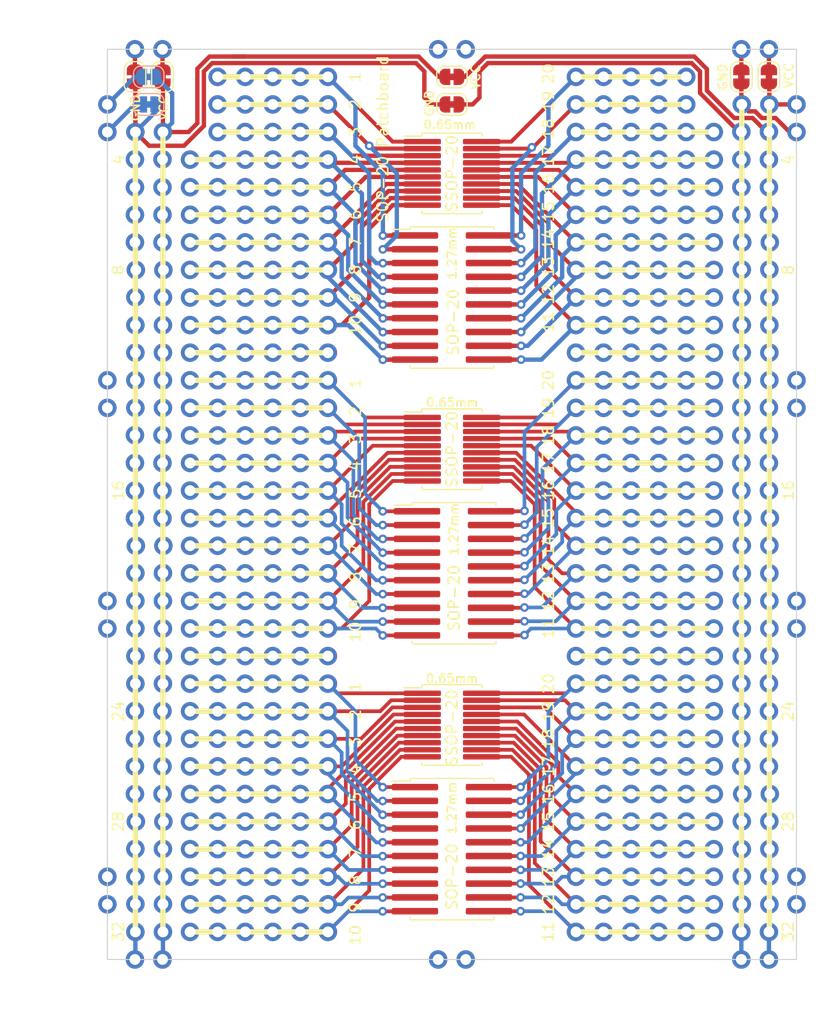
<source format=kicad_pcb>
(kicad_pcb (version 20211014) (generator pcbnew)
  (layers (0 "F.Cu" signal) (31 "B.Cu" signal) (34 "B.Paste" user) (35 "F.Paste" user) (36 "B.SilkS" user "B.Silkscreen") (37 "F.SilkS" user "F.Silkscreen") (38 "B.Mask" user) (39 "F.Mask" user) (44 "Edge.Cuts" user))
  (net 0 "")
  (net 1 "Net-(JP1-Pad2)")
  (net 2 "Net-(JP2-Pad2)")
  (net 3 "Net-(JP3-Pad2)")
  (net 4 "Net-(JP4-Pad2)")
  (net 19 "Net-(U1-Pad1)")
  (net 20 "Net-(U2-Pad1)")
  (net 21 "Net-(U3-Pad1)")
  (net 22 "Net-(U4-Pad1)")
  (net 23 "Net-(U5-Pad1)")
  (net 24 "Net-(U7-Pad1)")
  (net 25 "Net-(U8-Pad1)")
  (net 26 "Net-(U9-Pad1)")
  (net 27 "Net-(U10-Pad1)")
  (net 28 "Net-(U11-Pad1)")
  (net 31 "Net-(U47-Pad1)")
  (net 32 "Net-(U48-Pad1)")
  (net 33 "Net-(U49-Pad1)")
  (net 34 "Net-(U50-Pad1)")
  (net 35 "Net-(U51-Pad1)")
  (net 36 "Net-(U52-Pad1)")
  (net 37 "Net-(U53-Pad1)")
  (net 38 "Net-(U54-Pad1)")
  (net 39 "Net-(U55-Pad1)")
  (net 40 "Net-(U56-Pad1)")
  (net 43 "/LeftPlus")
  (net 44 "/LeftMinus")
  (net 45 "/RightPlus")
  (net 46 "/RightMinus")
  (net 47 "/LeftPlusJunk")
  (net 48 "/LeftMinusJunk")
  (net 51 "Net-(U26-Pad1)")
  (net 52 "Net-(U27-Pad1)")
  (net 53 "Net-(U28-Pad1)")
  (net 54 "Net-(U29-Pad1)")
  (net 55 "Net-(U30-Pad1)")
  (net 56 "Net-(U31-Pad1)")
  (net 57 "Net-(U32-Pad1)")
  (net 58 "Net-(U33-Pad1)")
  (net 59 "Net-(U34-Pad1)")
  (net 60 "Net-(U35-Pad1)")
  (net 61 "Net-(U37-Pad1)")
  (net 62 "Net-(U38-Pad1)")
  (net 63 "Net-(U39-Pad1)")
  (net 64 "Net-(U40-Pad1)")
  (net 65 "Net-(U41-Pad1)")
  (net 66 "Net-(U42-Pad1)")
  (net 67 "Net-(U43-Pad1)")
  (net 68 "Net-(U44-Pad1)")
  (net 69 "Net-(U45-Pad1)")
  (net 70 "Net-(U46-Pad1)")
  (net 71 "Net-(U58-Pad1)")
  (net 72 "Net-(U59-Pad1)")
  (net 73 "Net-(U60-Pad1)")
  (net 74 "Net-(U61-Pad1)")
  (net 75 "Net-(U62-Pad1)")
  (net 76 "Net-(U63-Pad1)")
  (net 77 "Net-(U64-Pad1)")
  (net 78 "Net-(U67-Pad1)")
  (net 79 "Net-(U68-Pad1)")
  (net 80 "Net-(U69-Pad1)")
  (net 81 "Net-(U71-Pad1)")
  (net 82 "Net-(U72-Pad1)")
  (net 83 "Net-(U73-Pad1)")
  (net 84 "Net-(U74-Pad1)")
  (net 85 "Net-(U75-Pad1)")
  (net 86 "Net-(U76-Pad1)")
  (net 87 "Net-(U77-Pad1)")
  (net 88 "Net-(U78-Pad1)")
  (net 89 "Net-(U85-Pad12)")
  (net 90 "Net-(U85-Pad11)")
  (footprint "Prototypeboard:2_pin_seperated" (layer "F.Cu") (at 170.18 50.8 180)
    (fp_text reference "U14")
    (fp_text value "2_pin_seperated")
  )
  (footprint "Prototypeboard:6_pin_connection" (layer "F.Cu") (at 123.19 106.68)
    (fp_text reference "U36")
    (fp_text value "1_row_connected")
  )
  (footprint "Prototypeboard:6_pin_connection" (layer "F.Cu") (at 123.19 86.36)
    (fp_text reference "U28")
    (fp_text value "1_row_connected")
  )
  (footprint "Prototypeboard:6_pin_connection" (layer "F.Cu") (at 158.75 127 180)
    (fp_text reference "U78")
    (fp_text value "1_row_connected")
  )
  (footprint "Prototypeboard:6_pin_connection" (layer "F.Cu") (at 158.75 121.92 180)
    (fp_text reference "U76")
    (fp_text value "1_row_connected")
  )
  (footprint "Prototypeboard:6_pin_connection" (layer "F.Cu") (at 158.75 93.98)
    (fp_text reference "U63")
    (fp_text value "1_row_connected")
  )
  (footprint "Prototypeboard:6_pin_connection" (layer "F.Cu") (at 123.19 101.6 180)
    (fp_text reference "U34")
    (fp_text value "1_row_connected")
  )
  (footprint "Prototypeboard:6_pin_connection" (layer "F.Cu") (at 123.19 68.58 180)
    (fp_text reference "U8")
    (fp_text value "1_row_connected")
  )
  (footprint "Prototypeboard:6_pin_connection" (layer "F.Cu") (at 123.19 121.92)
    (fp_text reference "U42")
    (fp_text value "1_row_connected")
  )
  (footprint "Prototypeboard:6_pin_connection" (layer "F.Cu") (at 158.75 68.58)
    (fp_text reference "U53")
    (fp_text value "1_row_connected")
  )
  (footprint "Prototypeboard:6_pin_connection" (layer "F.Cu") (at 123.19 132.08)
    (fp_text reference "U46")
    (fp_text value "1_row_connected")
  )
  (footprint "Prototypeboard:6_pin_connection" (layer "F.Cu") (at 123.19 127)
    (fp_text reference "U44")
    (fp_text value "1_row_connected")
  )
  (footprint "Prototypeboard:31x2_pin_connected" (layer "F.Cu") (at 167.64 55.88)
    (fp_text reference "U18")
    (fp_text value "2_pin_seperated")
  )
  (footprint "Prototypeboard:6_pin_connection" (layer "F.Cu") (at 123.19 91.44)
    (fp_text reference "U30")
    (fp_text value "1_row_connected")
  )
  (footprint "Prototypeboard:6_pin_connection" (layer "F.Cu") (at 158.75 99.06)
    (fp_text reference "U67")
    (fp_text value "1_row_connected")
  )
  (footprint "Prototypeboard:6_pin_connection" (layer "F.Cu") (at 158.75 114.3 180)
    (fp_text reference "U73")
    (fp_text value "1_row_connected")
  )
  (footprint "Prototypeboard:6_pin_connection" (layer "F.Cu") (at 158.75 60.96)
    (fp_text reference "U50")
    (fp_text value "1_row_connected")
  )
  (footprint "Prototypeboard:6_pin_connection" (layer "F.Cu") (at 158.75 86.36 180)
    (fp_text reference "U60")
    (fp_text value "1_row_connected")
  )
  (footprint "Prototypeboard:6_pin_connection" (layer "F.Cu") (at 123.19 109.22)
    (fp_text reference "U37")
    (fp_text value "1_row_connected")
  )
  (footprint "Prototypeboard:5_pin_connection" (layer "F.Cu") (at 124.46 53.34)
    (fp_text reference "U1")
    (fp_text value "1_row_connected")
  )
  (footprint "Prototypeboard:6_pin_connection" (layer "F.Cu") (at 123.19 119.38)
    (fp_text reference "U41")
    (fp_text value "1_row_connected")
  )
  (footprint "Prototypeboard:5_pin_connection" (layer "F.Cu") (at 157.48 53.34)
    (fp_text reference "U47")
    (fp_text value "1_row_connected")
  )
  (footprint "Prototypeboard:6_pin_connection" (layer "F.Cu") (at 123.19 129.54)
    (fp_text reference "U45")
    (fp_text value "1_row_connected")
  )
  (footprint "Prototypeboard:SolderJumper-2_P1.3mm_Bridged_RoundedPad1.0x1.5mm" (layer "F.Cu") (at 170.18 53.34 90)
    (fp_text reference "JP4")
    (fp_text value "Jumper_2_Bridged")
  )
  (footprint "Prototypeboard:6_pin_connection" (layer "F.Cu") (at 123.19 81.28)
    (fp_text reference "U26")
    (fp_text value "1_row_connected")
  )
  (footprint "Prototypeboard:6_pin_connection" (layer "F.Cu") (at 158.75 91.44 180)
    (fp_text reference "U62")
    (fp_text value "1_row_connected")
  )
  (footprint "Prototypeboard:6_pin_connection" (layer "F.Cu") (at 158.75 124.46 180)
    (fp_text reference "U77")
    (fp_text value "1_row_connected")
  )
  (footprint "Prototypeboard:6_pin_connection" (layer "F.Cu") (at 158.75 119.38 180)
    (fp_text reference "U75")
    (fp_text value "1_row_connected")
  )
  (footprint "Prototypeboard:6_pin_connection" (layer "F.Cu") (at 158.75 111.76)
    (fp_text reference "U72")
    (fp_text value "1_row_connected")
  )
  (footprint "Prototypeboard:SOP-20" (layer "F.Cu") (at 141.163 99.06)
    (fp_text reference "U84")
    (fp_text value "20pin_IC")
  )
  (footprint "Prototypeboard:SSOP-20" (layer "F.Cu") (at 140.97 113.03)
    (fp_text reference "U85")
    (fp_text value "20pin_IC")
  )
  (footprint "Prototypeboard:6_pin_connection" (layer "F.Cu") (at 123.19 66.04)
    (fp_text reference "U7")
    (fp_text value "1_row_connected")
  )
  (footprint "Prototypeboard:SSOP-20" (layer "F.Cu") (at 140.97 87.63)
    (fp_text reference "U83")
    (fp_text value "20pin_IC")
  )
  (footprint "Prototypeboard:6_pin_connection" (layer "F.Cu") (at 123.19 116.84)
    (fp_text reference "U40")
    (fp_text value "1_row_connected")
  )
  (footprint "Prototypeboard:2_pin_seperated" (layer "F.Cu") (at 111.76 134.62)
    (fp_text reference "U66")
    (fp_text value "2_pin_seperated")
  )
  (footprint "Prototypeboard:2_pin_seperated" (layer "F.Cu") (at 172.72 129.54 90)
    (fp_text reference "U16")
    (fp_text value "2_pin_seperated")
  )
  (footprint "Prototypeboard:6_pin_connection" (layer "F.Cu") (at 123.19 111.76 180)
    (fp_text reference "U38")
    (fp_text value "1_row_connected")
  )
  (footprint "Prototypeboard:6_pin_connection" (layer "F.Cu") (at 158.75 63.5)
    (fp_text reference "U51")
    (fp_text value "1_row_connected")
  )
  (footprint "Prototypeboard:5_pin_connection" (layer "F.Cu") (at 124.46 58.42)
    (fp_text reference "U3")
    (fp_text value "1_row_connected")
  )
  (footprint "Prototypeboard:2_pin_seperated" (layer "F.Cu") (at 172.72 104.14 90)
    (fp_text reference "U24")
    (fp_text value "2_pin_seperated")
  )
  (footprint "Prototypeboard:SSOP-20" (layer "F.Cu") (at 140.97 62.23)
    (fp_text reference "U81")
    (fp_text value "20pin_IC")
  )
  (footprint "Prototypeboard:6_pin_connection" (layer "F.Cu") (at 158.75 132.08)
    (fp_text reference "U80")
    (fp_text value "1_row_connected")
  )
  (footprint "Prototypeboard:6_pin_connection" (layer "F.Cu") (at 123.19 63.5 180)
    (fp_text reference "U5")
    (fp_text value "1_row_connected")
  )
  (footprint "Prototypeboard:SolderJumper-2_P1.3mm_Bridged_RoundedPad1.0x1.5mm" (layer "F.Cu") (at 111.76 53.34 90)
    (fp_text reference "JP1")
    (fp_text value "Jumper_2_Bridged")
  )
  (footprint "Prototypeboard:6_pin_connection" (layer "F.Cu") (at 158.75 129.54 180)
    (fp_text reference "U79")
    (fp_text value "1_row_connected")
  )
  (footprint "Prototypeboard:6_pin_connection" (layer "F.Cu") (at 158.75 83.82)
    (fp_text reference "U59")
    (fp_text value "1_row_connected")
  )
  (footprint "Prototypeboard:2_pin_seperated" (layer "F.Cu") (at 172.72 83.82 90)
    (fp_text reference "U21")
    (fp_text value "2_pin_seperated")
  )
  (footprint "Prototypeboard:6_pin_connection" (layer "F.Cu") (at 123.19 60.96 180)
    (fp_text reference "U4")
    (fp_text value "1_row_connected")
  )
  (footprint "Prototypeboard:6_pin_connection" (layer "F.Cu") (at 158.75 116.84)
    (fp_text reference "U74")
    (fp_text value "1_row_connected")
  )
  (footprint "Prototypeboard:2_pin_seperated" (layer "F.Cu") (at 109.22 58.42 90)
    (fp_text reference "U12")
    (fp_text value "2_pin_seperated")
  )
  (footprint "Prototypeboard:6_pin_connection" (layer "F.Cu") (at 158.75 81.28)
    (fp_text reference "U58")
    (fp_text value "1_row_connected")
  )
  (footprint "Prototypeboard:2_pin_seperated" (layer "F.Cu") (at 139.7 134.62)
    (fp_text reference "U20")
    (fp_text value "2_pin_seperated")
  )
  (footprint "Prototypeboard:6_pin_connection" (layer "F.Cu") (at 123.19 93.98 180)
    (fp_text reference "U31")
    (fp_text value "1_row_connected")
  )
  (footprint "Prototypeboard:2_pin_seperated" (layer "F.Cu") (at 109.22 104.14 90)
    (fp_text reference "U23")
    (fp_text value "2_pin_seperated")
  )
  (footprint "Prototypeboard:6_pin_connection" (layer "F.Cu") (at 158.75 96.52)
    (fp_text reference "U64")
    (fp_text value "1_row_connected")
  )
  (footprint "Prototypeboard:6_pin_connection" (layer "F.Cu") (at 123.19 76.2)
    (fp_text reference "U11")
    (fp_text value "1_row_connected")
  )
  (footprint "Prototypeboard:SolderJumper-2_P1.3mm_Bridged_RoundedPad1.0x1.5mm" (layer "F.Cu") (at 114.3 53.34 90)
    (fp_text reference "JP2")
    (fp_text value "Jumper_2_Bridged")
  )
  (footprint "Prototypeboard:2_pin_seperated" (layer "F.Cu") (at 109.22 129.54 90)
    (fp_text reference "U13")
    (fp_text value "2_pin_seperated")
  )
  (footprint "Prototypeboard:6_pin_connection" (layer "F.Cu") (at 158.75 109.22)
    (fp_text reference "U71")
    (fp_text value "1_row_connected")
  )
  (footprint "Prototypeboard:SOP-20" (layer "F.Cu") (at 140.97 73.66)
    (fp_text reference "U82")
    (fp_text value "20pin_IC")
  )
  (footprint "Prototypeboard:6_pin_connection" (layer "F.Cu") (at 158.75 73.66)
    (fp_text reference "U55")
    (fp_text value "1_row_connected")
  )
  (footprint "Prototypeboard:6_pin_connection" (layer "F.Cu") (at 123.19 73.66 180)
    (fp_text reference "U10")
    (fp_text value "1_row_connected")
  )
  (footprint "Prototypeboard:5_pin_connection" (layer "F.Cu") (at 157.48 55.88)
    (fp_text reference "U48")
    (fp_text value "1_row_connected")
  )
  (footprint "Prototypeboard:6_pin_connection" (layer "F.Cu") (at 158.75 66.04)
    (fp_text reference "U52")
    (fp_text value "1_row_connected")
  )
  (footprint "Prototypeboard:5_pin_connection" (layer "F.Cu") (at 124.46 55.88)
    (fp_text reference "U2")
    (fp_text value "1_row_connected")
  )
  (footprint "Prototypeboard:6_pin_connection" (layer "F.Cu") (at 123.19 71.12 180)
    (fp_text reference "U9")
    (fp_text value "1_row_connected")
  )
  (footprint "Prototypeboard:SolderJumper-2_P1.3mm_Bridged_RoundedPad1.0x1.5mm" (layer "F.Cu") (at 167.64 53.34 90)
    (fp_text reference "JP3")
    (fp_text value "Jumper_2_Bridged")
  )
  (footprint "Prototypeboard:6_pin_connection" (layer "F.Cu") (at 123.19 83.82 180)
    (fp_text reference "U27")
    (fp_text value "1_row_connected")
  )
  (footprint "Prototypeboard:6_pin_connection" (layer "F.Cu") (at 123.19 78.74)
    (fp_text reference "U70")
    (fp_text value "1_row_connected")
  )
  (footprint "Prototypeboard:2_pin_seperated" (layer "F.Cu") (at 109.22 83.82 90)
    (fp_text reference "U22")
    (fp_text value "2_pin_seperated")
  )
  (footprint "Prototypeboard:6_pin_connection" (layer "F.Cu") (at 123.19 96.52 180)
    (fp_text reference "U32")
    (fp_text value "1_row_connected")
  )
  (footprint "Prototypeboard:SolderJumper-2_P1.3mm_Bridged_RoundedPad1.0x1.5mm" (layer "F.Cu") (at 140.97 55.88)
    (fp_text reference "JP9")
    (fp_text value "Jumper_2_Bridged")
  )
  (footprint "Prototypeboard:6_pin_connection" (layer "F.Cu") (at 123.19 104.14)
    (fp_text reference "U35")
    (fp_text value "1_row_connected")
  )
  (footprint "Prototypeboard:6_pin_connection" (layer "F.Cu") (at 158.75 78.74)
    (fp_text reference "U57")
    (fp_text value "1_row_connected")
  )
  (footprint "Prototypeboard:2_pin_seperated" (layer "F.Cu") (at 139.7 50.8)
    (fp_text reference "U19")
    (fp_text value "2_pin_seperated")
  )
  (footprint "Prototypeboard:6_pin_connection" (layer "F.Cu") (at 123.19 124.46)
    (fp_text reference "U43")
    (fp_text value "1_row_connected")
  )
  (footprint "Prototypeboard:6_pin_connection" (layer "F.Cu") (at 158.75 106.68)
    (fp_text reference "U25")
    (fp_text value "1_row_connected")
  )
  (footprint "Prototypeboard:6_pin_connection" (layer "F.Cu") (at 158.75 58.42 180)
    (fp_text reference "U49")
    (fp_text value "1_row_connected")
  )
  (footprint "Prototypeboard:SolderJumper-2_P1.3mm_Bridged_RoundedPad1.0x1.5mm" (layer "F.Cu") (at 140.97 53.34)
    (fp_text reference "JP10")
    (fp_text value "Jumper_2_Bridged")
  )
  (footprint "Prototypeboard:30x2_pin_connected" (layer "F.Cu") (at 111.800547 58.42)
    (fp_text reference "U6")
    (fp_text value "2_pin_seperated")
  )
  (footprint "Prototypeboard:SOP-20" (layer "F.Cu") (at 140.97 124.46)
    (fp_text reference "U86")
    (fp_text value "20pin_IC")
  )
  (footprint "Prototypeboard:2_pin_seperated" (layer "F.Cu") (at 111.76 50.8)
    (fp_text reference "U65")
    (fp_text value "2_pin_seperated")
  )
  (footprint "Prototypeboard:2_pin_seperated" (layer "F.Cu") (at 172.72 55.88 -90)
    (fp_text reference "U17")
    (fp_text value "2_pin_seperated")
  )
  (footprint "Prototypeboard:6_pin_connection" (layer "F.Cu") (at 158.75 104.14 180)
    (fp_text reference "U69")
    (fp_text value "1_row_connected")
  )
  (footprint "Prototypeboard:6_pin_connection" (layer "F.Cu") (at 158.75 76.2 180)
    (fp_text reference "U56")
    (fp_text value "1_row_connected")
  )
  (footprint "Prototypeboard:6_pin_connection" (layer "F.Cu") (at 158.75 71.12)
    (fp_text reference "U54")
    (fp_text value "1_row_connected")
  )
  (footprint "Prototypeboard:6_pin_connection" (layer "F.Cu") (at 123.19 99.06)
    (fp_text reference "U33")
    (fp_text value "1_row_connected")
  )
  (footprint "Prototypeboard:6_pin_connection" (layer "F.Cu") (at 158.75 101.6)
    (fp_text reference "U68")
    (fp_text value "1_row_connected")
  )
  (footprint "Prototypeboard:6_pin_connection" (layer "F.Cu") (at 123.19 114.3)
    (fp_text reference "U39")
    (fp_text value "1_row_connected")
  )
  (footprint "Prototypeboard:6_pin_connection" (layer "F.Cu") (at 123.19 88.9)
    (fp_text reference "U29")
    (fp_text value "1_row_connected")
  )
  (footprint "Prototypeboard:6_pin_connection" (layer "F.Cu") (at 158.75 88.9)
    (fp_text reference "U61")
    (fp_text value "1_row_connected")
  )
  (footprint "Prototypeboard:2_pin_seperated" (layer "F.Cu") (at 170.18 134.62 180)
    (fp_text reference "U15")
    (fp_text value "2_pin_seperated")
  )
  (footprint "Prototypeboard:SolderJumper-2_P1.3mm_Bridged_RoundedPad1.0x1.5mm" (layer "B.Cu") (at 113.03 53.34)
    (fp_text reference "JP6")
    (fp_text value "Jumper_2_Bridged")
  )
  (footprint "Prototypeboard:SolderJumper-2_P1.3mm_Bridged_RoundedPad1.0x1.5mm" (layer "B.Cu") (at 113.03 55.88)
    (fp_text reference "JP5")
    (fp_text value "Jumper_2_Bridged")
  )
  (gr_rect (start 109.22 50.8) (end 172.72 134.62) (layer "Edge.Cuts") (width 0.1) (fill none))
  (gr_text "12" (at 149.86 101.6 90) (layer "F.SilkS") (effects (font (size 1 1))))
  (gr_text "13" (at 149.86 99.06 90) (layer "F.SilkS") (effects (font (size 1 1))))
  (gr_text "2" (at 132.08 84.12 90) (layer "F.SilkS") (effects (font (size 1 1))))
  (gr_text "10" (at 132.08 76.2 90) (layer "F.SilkS") (effects (font (size 1 1))))
  (gr_text "20" (at 149.86 81.28 90) (layer "F.SilkS") (effects (font (size 1 1))))
  (gr_text "10" (at 132.08 132.38 90) (layer "F.SilkS") (effects (font (size 1 1))))
  (gr_text "3" (at 132.079999 86.658209 90) (layer "F.SilkS") (effects (font (size 1 1))))
  (gr_text "18" (at 149.859999 114.298209 90) (layer "F.SilkS") (effects (font (size 1 1))))
  (gr_text "4" (at 110.236 60.96 90) (layer "F.SilkS") (effects (font (size 1 1))))
  (gr_text "15" (at 149.86 65.74 90) (layer "F.SilkS") (effects (font (size 1 1))))
  (gr_text "24" (at 171.958 111.76 90) (layer "F.SilkS") (effects (font (size 1 1))))
  (gr_text "SOP-20 Patchboard" (at 134.599597 59.060642 90) (layer "F.SilkS") (effects (font (size 1 1))))
  (gr_text "19" (at 149.86 83.82 90) (layer "F.SilkS") (effects (font (size 1 1))))
  (gr_text "28" (at 171.958 121.92 90) (layer "F.SilkS") (effects (font (size 1 1))))
  (gr_text "4" (at 132.079999 117.115835 90) (layer "F.SilkS") (effects (font (size 1 1))))
  (gr_text "9" (at 132.08 129.84 90) (layer "F.SilkS") (effects (font (size 1 1))))
  (gr_text "13" (at 149.86 127 90) (layer "F.SilkS") (effects (font (size 1 1))))
  (gr_text "19" (at 149.86 55.58 90) (layer "F.SilkS") (effects (font (size 1 1))))
  (gr_text "VCC" (at 172.030226 53.212264 90) (layer "F.SilkS") (effects (font (size 0.8 0.8))))
  (gr_text "4" (at 132.079999 60.935835 90) (layer "F.SilkS") (effects (font (size 1 1))))
  (gr_text "5" (at 132.079999 63.479416 90) (layer "F.SilkS") (effects (font (size 1 1))))
  (gr_text "16" (at 171.958 91.44 90) (layer "F.SilkS") (effects (font (size 1 1))))
  (gr_text "13" (at 149.86 70.82 90) (layer "F.SilkS") (effects (font (size 1 1))))
  (gr_text "28" (at 110.236 121.92 90) (layer "F.SilkS") (effects (font (size 1 1))))
  (gr_text "12" (at 149.86 73.36 90) (layer "F.SilkS") (effects (font (size 1 1))))
  (gr_text "6" (at 132.08 122.22 90) (layer "F.SilkS") (effects (font (size 1 1))))
  (gr_text "17" (at 149.859999 116.815835 90) (layer "F.SilkS") (effects (font (size 1 1))))
  (gr_text "6" (at 132.08 94.28 90) (layer "F.SilkS") (effects (font (size 1 1))))
  (gr_text "20" (at 149.86 109.22 90) (layer "F.SilkS") (effects (font (size 1 1))))
  (gr_text "3" (at 132.079999 114.598209 90) (layer "F.SilkS") (effects (font (size 1 1))))
  (gr_text "11" (at 149.86 75.9 90) (layer "F.SilkS") (effects (font (size 1 1))))
  (gr_text "18" (at 149.859999 86.358209 90) (layer "F.SilkS") (effects (font (size 1 1))))
  (gr_text "32" (at 171.958 132.08 90) (layer "F.SilkS") (effects (font (size 1 1))))
  (gr_text "8" (at 132.08 71.12 90) (layer "F.SilkS") (effects (font (size 1 1))))
  (gr_text "8" (at 110.236 71.12 90) (layer "F.SilkS") (effects (font (size 1 1))))
  (gr_text "1" (at 132.08 81.58 90) (layer "F.SilkS") (effects (font (size 1 1))))
  (gr_text "18" (at 149.859999 58.118209 90) (layer "F.SilkS") (effects (font (size 1 1))))
  (gr_text "GND" (at 111.811744 56.19786 90) (layer "F.SilkS") (effects (font (size 0.8 0.8))))
  (gr_text "12" (at 149.86 129.54 90) (layer "F.SilkS") (effects (font (size 1 1))))
  (gr_text "16" (at 149.859999 119.359416 90) (layer "F.SilkS") (effects (font (size 1 1))))
  (gr_text "9" (at 132.08 101.9 90) (layer "F.SilkS") (effects (font (size 1 1))))
  (gr_text "7" (at 132.08 68.58 90) (layer "F.SilkS") (effects (font (size 1 1))))
  (gr_text "3" (at 132.079999 58.418209 90) (layer "F.SilkS") (effects (font (size 1 1))))
  (gr_text "4" (at 132.079999 89.175835 90) (layer "F.SilkS") (effects (font (size 1 1))))
  (gr_text "17" (at 149.859999 60.635835 90) (layer "F.SilkS") (effects (font (size 1 1))))
  (gr_text "11" (at 149.86 132.08 90) (layer "F.SilkS") (effects (font (size 1 1))))
  (gr_text "32" (at 110.236 132.08 90) (layer "F.SilkS") (effects (font (size 1 1))))
  (gr_text "4" (at 171.958 60.96 90) (layer "F.SilkS") (effects (font (size 1 1))))
  (gr_text "14" (at 149.86 124.46 90) (layer "F.SilkS") (effects (font (size 1 1))))
  (gr_text "7" (at 132.08 124.76 90) (layer "F.SilkS") (effects (font (size 1 1))))
  (gr_text "10" (at 132.08 104.44 90) (layer "F.SilkS") (effects (font (size 1 1))))
  (gr_text "1" (at 132.08 109.52 90) (layer "F.SilkS") (effects (font (size 1 1))))
  (gr_text "GND" (at 165.934063 53.355328 90) (layer "F.SilkS") (effects (font (size 0.8 0.8))))
  (gr_text "7" (at 132.08 96.82 90) (layer "F.SilkS") (effects (font (size 1 1))))
  (gr_text "19" (at 149.86 111.76 90) (layer "F.SilkS") (effects (font (size 1 1))))
  (gr_text "16" (at 149.859999 91.419416 90) (layer "F.SilkS") (effects (font (size 1 1))))
  (gr_text "5" (at 132.079999 91.719416 90) (layer "F.SilkS") (effects (font (size 1 1))))
  (gr_text "2" (at 132.08 112.06 90) (layer "F.SilkS") (effects (font (size 1 1))))
  (gr_text "24" (at 110.236 111.76 90) (layer "F.SilkS") (effects (font (size 1 1))))
  (gr_text "20" (at 149.86 53.04 90) (layer "F.SilkS") (effects (font (size 1 1))))
  (gr_text "8" (at 132.08 127.3 90) (layer "F.SilkS") (effects (font (size 1 1))))
  (gr_text "6" (at 132.08 66.04 90) (layer "F.SilkS") (effects (font (size 1 1))))
  (gr_text "16" (at 110.236 91.44 90) (layer "F.SilkS") (effects (font (size 1 1))))
  (gr_text "VCC" (at 114.415317 56.181598 90) (layer "F.SilkS") (effects (font (size 0.8 0.8))))
  (gr_text "14" (at 149.86 96.52 90) (layer "F.SilkS") (effects (font (size 1 1))))
  (gr_text "17" (at 149.859999 88.875835 90) (layer "F.SilkS") (effects (font (size 1 1))))
  (gr_text "8" (at 132.08 99.36 90) (layer "F.SilkS") (effects (font (size 1 1))))
  (gr_text "15" (at 149.86 121.92 90) (layer "F.SilkS") (effects (font (size 1 1))))
  (gr_text "8" (at 171.958 71.12 90) (layer "F.SilkS") (effects (font (size 1 1))))
  (gr_text "2" (at 132.08 55.88 90) (layer "F.SilkS") (effects (font (size 1 1))))
  (gr_text "9" (at 132.08 73.66 90) (layer "F.SilkS") (effects (font (size 1 1))))
  (gr_text "14" (at 149.86 68.28 90) (layer "F.SilkS") (effects (font (size 1 1))))
  (gr_text "5" (at 132.079999 119.659416 90) (layer "F.SilkS") (effects (font (size 1 1))))
  (gr_text "16" (at 149.859999 63.179416 90) (layer "F.SilkS") (effects (font (size 1 1))))
  (gr_text "VCC" (at 143.166084 53.346573 90) (layer "F.SilkS") (effects (font (size 0.8 0.8))))
  (gr_text "11" (at 149.86 104.14 90) (layer "F.SilkS") (effects (font (size 1 1))))
  (gr_text "1" (at 132.08 53.34 90) (layer "F.SilkS") (effects (font (size 1 1))))
  (gr_text "GND" (at 138.886936 55.784198 90) (layer "F.SilkS") (effects (font (size 0.8 0.8))))
  (gr_text "15" (at 149.86 93.98 90) (layer "F.SilkS") (effects (font (size 1 1))))
  (segment (start 111.76 52.69) (end 111.76 51) (width 0.4) (layer "F.Cu") (net 1))
  (segment (start 114.3 52.69) (end 114.3 51) (width 0.4) (layer "F.Cu") (net 2))
  (segment (start 167.64 52.69) (end 167.64 51) (width 0.4) (layer "F.Cu") (net 3))
  (segment (start 170.18 52.69) (end 170.18 51) (width 0.4) (layer "F.Cu") (net 4))
  (segment (start 134.605635 67.956405) (end 137.548595 67.956405) (width 0.4) (layer "F.Cu") (net 19))
  (segment (start 137.548595 67.956405) (end 137.56 67.945) (width 0.4) (layer "F.Cu") (net 19))
  (segment (start 137.56 67.945) (end 135.255 67.945) (width 0.4) (layer "F.Cu") (net 19))
  (segment (start 135.505 59.305) (end 129.54 53.34) (width 0.36) (layer "F.Cu") (net 19))
  (segment (start 138.237 59.305) (end 135.505 59.305) (width 0.36) (layer "F.Cu") (net 19))
  (via (at 134.605635 67.956405) (size 0.8) (drill 0.4) (layers "F.Cu" "B.Cu") (net 19))
  (segment (start 132.08 55.88) (end 129.54 53.34) (width 0.4) (layer "B.Cu") (net 19))
  (segment (start 134.605635 67.956405) (end 134.605635 62.215635) (width 0.4) (layer "B.Cu") (net 19))
  (segment (start 132.08 59.69) (end 132.08 55.88) (width 0.4) (layer "B.Cu") (net 19))
  (segment (start 134.605635 62.215635) (end 132.08 59.69) (width 0.4) (layer "B.Cu") (net 19))
  (segment (start 137.548595 69.226405) (end 137.56 69.215) (width 0.4) (layer "F.Cu") (net 20))
  (segment (start 133.605 59.945) (end 138.2345 59.945) (width 0.38) (layer "F.Cu") (net 20))
  (segment (start 133.35 59.69) (end 133.605 59.945) (width 0.38) (layer "F.Cu") (net 20))
  (segment (start 134.605635 69.226405) (end 137.548595 69.226405) (width 0.4) (layer "F.Cu") (net 20))
  (segment (start 129.54 55.88) (end 133.35 59.69) (width 0.38) (layer "F.Cu") (net 20))
  (segment (start 138.2345 59.945) (end 138.237 59.9475) (width 0.38) (layer "F.Cu") (net 20))
  (segment (start 137.56 69.215) (end 135.255 69.215) (width 0.4) (layer "F.Cu") (net 20))
  (via (at 134.605635 69.226405) (size 0.8) (drill 0.4) (layers "F.Cu" "B.Cu") (net 20))
  (via (at 133.35 59.69) (size 0.8) (drill 0.4) (layers "F.Cu" "B.Cu") (net 20))
  (segment (start 135.89 67.94204) (end 135.89 62.23) (width 0.4) (layer "B.Cu") (net 20))
  (segment (start 134.605635 69.226405) (end 135.89 67.94204) (width 0.4) (layer "B.Cu") (net 20))
  (segment (start 135.89 62.23) (end 133.35 59.69) (width 0.4) (layer "B.Cu") (net 20))
  (segment (start 131.725 60.605) (end 129.54 58.42) (width 0.4) (layer "F.Cu") (net 21))
  (segment (start 137.548595 70.496405) (end 137.56 70.485) (width 0.4) (layer "F.Cu") (net 21))
  (segment (start 134.605635 70.496405) (end 137.548595 70.496405) (width 0.4) (layer "F.Cu") (net 21))
  (segment (start 137.56 70.485) (end 135.255 70.485) (width 0.4) (layer "F.Cu") (net 21))
  (segment (start 138.237 60.605) (end 131.725 60.605) (width 0.4) (layer "F.Cu") (net 21))
  (via (at 134.605635 70.496405) (size 0.8) (drill 0.4) (layers "F.Cu" "B.Cu") (net 21))
  (segment (start 133.996405 70.496405) (end 133.35 69.85) (width 0.4) (layer "B.Cu") (net 21))
  (segment (start 134.605635 70.496405) (end 133.996405 70.496405) (width 0.4) (layer "B.Cu") (net 21))
  (segment (start 133.35 69.85) (end 133.35 62.23) (width 0.4) (layer "B.Cu") (net 21))
  (segment (start 133.35 62.23) (end 129.54 58.42) (width 0.4) (layer "B.Cu") (net 21))
  (segment (start 137.56 71.755) (end 135.255 71.755) (width 0.4) (layer "F.Cu") (net 22))
  (segment (start 138.237 61.255) (end 129.835 61.255) (width 0.4) (layer "F.Cu") (net 22))
  (segment (start 137.548595 71.766405) (end 137.56 71.755) (width 0.4) (layer "F.Cu") (net 22))
  (segment (start 134.605635 71.766405) (end 137.548595 71.766405) (width 0.4) (layer "F.Cu") (net 22))
  (segment (start 129.835 61.255) (end 129.54 60.96) (width 0.4) (layer "F.Cu") (net 22))
  (via (at 134.605635 71.766405) (size 0.8) (drill 0.4) (layers "F.Cu" "B.Cu") (net 22))
  (segment (start 132.68 70.262242) (end 132.68 64.1) (width 0.4) (layer "B.Cu") (net 22))
  (segment (start 132.68 64.1) (end 129.54 60.96) (width 0.4) (layer "B.Cu") (net 22))
  (segment (start 134.184163 71.766405) (end 132.68 70.262242) (width 0.4) (layer "B.Cu") (net 22))
  (segment (start 134.605635 71.766405) (end 134.184163 71.766405) (width 0.4) (layer "B.Cu") (net 22))
  (segment (start 131.135 61.905) (end 136.862462 61.905) (width 0.4) (layer "F.Cu") (net 23))
  (segment (start 134.605635 73.036405) (end 137.548595 73.036405) (width 0.4) (layer "F.Cu") (net 23))
  (segment (start 129.54 63.5) (end 131.135 61.905) (width 0.4) (layer "F.Cu") (net 23))
  (segment (start 137.56 73.025) (end 135.255 73.025) (width 0.4) (layer "F.Cu") (net 23))
  (segment (start 137.548595 73.036405) (end 137.56 73.025) (width 0.4) (layer "F.Cu") (net 23))
  (via (at 134.605635 73.036405) (size 0.8) (drill 0.4) (layers "F.Cu" "B.Cu") (net 23))
  (segment (start 132.08 66.04) (end 129.54 63.5) (width 0.4) (layer "B.Cu") (net 23))
  (segment (start 134.605635 73.036405) (end 132.08 70.51077) (width 0.4) (layer "B.Cu") (net 23))
  (segment (start 132.08 70.51077) (end 132.08 66.04) (width 0.4) (layer "B.Cu") (net 23))
  (segment (start 138.237 62.555) (end 133.025 62.555) (width 0.4) (layer "F.Cu") (net 24))
  (segment (start 133.025 62.555) (end 129.54 66.04) (width 0.4) (layer "F.Cu") (net 24))
  (segment (start 137.548595 74.306405) (end 137.56 74.295) (width 0.4) (layer "F.Cu") (net 24))
  (segment (start 134.605635 74.306405) (end 137.548595 74.306405) (width 0.4) (layer "F.Cu") (net 24))
  (segment (start 137.56 74.295) (end 135.255 74.295) (width 0.4) (layer "F.Cu") (net 24))
  (via (at 134.605635 74.306405) (size 0.8) (drill 0.4) (layers "F.Cu" "B.Cu") (net 24))
  (segment (start 131.41 67.91) (end 129.54 66.04) (width 0.4) (layer "B.Cu") (net 24))
  (segment (start 131.41 71.11077) (end 131.41 67.91) (width 0.4) (layer "B.Cu") (net 24))
  (segment (start 134.605635 74.306405) (end 131.41 71.11077) (width 0.4) (layer "B.Cu") (net 24))
  (segment (start 134.605635 75.576405) (end 137.548595 75.576405) (width 0.4) (layer "F.Cu") (net 25))
  (segment (start 137.56 75.565) (end 135.255 75.565) (width 0.4) (layer "F.Cu") (net 25))
  (segment (start 134.915 63.205) (end 138.237 63.205) (width 0.4) (layer "F.Cu") (net 25))
  (segment (start 129.54 68.58) (end 134.915 63.205) (width 0.4) (layer "F.Cu") (net 25))
  (segment (start 137.548595 75.576405) (end 137.56 75.565) (width 0.4) (layer "F.Cu") (net 25))
  (via (at 134.605635 75.576405) (size 0.8) (drill 0.4) (layers "F.Cu" "B.Cu") (net 25))
  (segment (start 130.81 71.78077) (end 130.81 69.85) (width 0.4) (layer "B.Cu") (net 25))
  (segment (start 130.81 69.85) (end 129.54 68.58) (width 0.4) (layer "B.Cu") (net 25))
  (segment (start 134.605635 75.576405) (end 130.81 71.78077) (width 0.4) (layer "B.Cu") (net 25))
  (segment (start 137.548595 76.846405) (end 137.56 76.835) (width 0.4) (layer "F.Cu") (net 26))
  (segment (start 132.08 68.58) (end 129.54 71.12) (width 0.4) (layer "F.Cu") (net 26))
  (segment (start 135.113528 63.855) (end 132.08 66.888528) (width 0.4) (layer "F.Cu") (net 26))
  (segment (start 138.237 63.855) (end 135.113528 63.855) (width 0.4) (layer "F.Cu") (net 26))
  (segment (start 134.605635 76.846405) (end 137.548595 76.846405) (width 0.4) (layer "F.Cu") (net 26))
  (segment (start 137.56 76.835) (end 135.255 76.835) (width 0.4) (layer "F.Cu") (net 26))
  (segment (start 132.08 66.888528) (end 132.08 68.58) (width 0.4) (layer "F.Cu") (net 26))
  (via (at 134.605635 76.846405) (size 0.8) (drill 0.4) (layers "F.Cu" "B.Cu") (net 26))
  (segment (start 134.605635 76.846405) (end 129.54 71.78077) (width 0.4) (layer "B.Cu") (net 26))
  (segment (start 129.54 71.78077) (end 129.54 71.12) (width 0.4) (layer "B.Cu") (net 26))
  (segment (start 132.68 70.52) (end 132.68 67.137056) (width 0.4) (layer "F.Cu") (net 27))
  (segment (start 137.548595 78.116405) (end 137.56 78.105) (width 0.4) (layer "F.Cu") (net 27))
  (segment (start 129.54 73.66) (end 132.68 70.52) (width 0.4) (layer "F.Cu") (net 27))
  (segment (start 134.605635 78.116405) (end 137.548595 78.116405) (width 0.4) (layer "F.Cu") (net 27))
  (segment (start 137.56 78.105) (end 135.255 78.105) (width 0.4) (layer "F.Cu") (net 27))
  (segment (start 135.312056 64.505) (end 138.2335 64.505) (width 0.4) (layer "F.Cu") (net 27))
  (segment (start 132.68 67.137056) (end 135.312056 64.505) (width 0.4) (layer "F.Cu") (net 27))
  (via (at 134.605635 78.116405) (size 0.8) (drill 0.4) (layers "F.Cu" "B.Cu") (net 27))
  (segment (start 134.605635 78.116405) (end 130.14923 73.66) (width 0.4) (layer "B.Cu") (net 27))
  (segment (start 130.14923 73.66) (end 129.54 73.66) (width 0.4) (layer "B.Cu") (net 27))
  (segment (start 134.605635 79.386405) (end 137.548595 79.386405) (width 0.4) (layer "F.Cu") (net 28))
  (segment (start 133.35 73.66) (end 133.35 67.315584) (width 0.4) (layer "F.Cu") (net 28))
  (segment (start 137.548595 79.386405) (end 137.56 79.375) (width 0.4) (layer "F.Cu") (net 28))
  (segment (start 135.510584 65.155) (end 138.237 65.155) (width 0.4) (layer "F.Cu") (net 28))
  (segment (start 137.56 79.375) (end 135.255 79.375) (width 0.4) (layer "F.Cu") (net 28))
  (segment (start 129.54 76.2) (end 130.81 76.2) (width 0.4) (layer "F.Cu") (net 28))
  (segment (start 133.35 67.315584) (end 135.510584 65.155) (width 0.4) (layer "F.Cu") (net 28))
  (segment (start 130.81 76.2) (end 133.35 73.66) (width 0.4) (layer "F.Cu") (net 28))
  (via (at 134.605635 79.386405) (size 0.8) (drill 0.4) (layers "F.Cu" "B.Cu") (net 28))
  (segment (start 131.41923 76.2) (end 129.54 76.2) (width 0.4) (layer "B.Cu") (net 28))
  (segment (start 134.605635 79.386405) (end 131.41923 76.2) (width 0.4) (layer "B.Cu") (net 28))
  (segment (start 146.435 59.305) (end 152.4 53.34) (width 0.36) (layer "F.Cu") (net 31))
  (segment (start 146.685 67.945) (end 146.688709 67.948709) (width 0.4) (layer "F.Cu") (net 31))
  (segment (start 146.688709 67.948709) (end 147.341446 67.948709) (width 0.4) (layer "F.Cu") (net 31))
  (segment (start 144.38 67.945) (end 146.685 67.945) (width 0.4) (layer "F.Cu") (net 31))
  (segment (start 143.703 59.305) (end 146.435 59.305) (width 0.36) (layer "F.Cu") (net 31))
  (via (at 147.341446 67.948709) (size 0.8) (drill 0.4) (layers "F.Cu" "B.Cu") (net 31))
  (segment (start 147.341446 67.948709) (end 147.341446 62.208554) (width 0.4) (layer "B.Cu") (net 31))
  (segment (start 147.341446 62.208554) (end 149.86 59.69) (width 0.4) (layer "B.Cu") (net 31))
  (segment (start 149.86 59.69) (end 149.86 55.88) (width 0.4) (layer "B.Cu") (net 31))
  (segment (start 149.86 55.88) (end 152.4 53.34) (width 0.4) (layer "B.Cu") (net 31))
  (segment (start 144.38 69.215) (end 146.685 69.215) (width 0.4) (layer "F.Cu") (net 32))
  (segment (start 144.383709 69.218709) (end 144.38 69.215) (width 0.4) (layer "F.Cu") (net 32))
  (segment (start 148.3325 59.9475) (end 152.4 55.88) (width 0.36) (layer "F.Cu") (net 32))
  (segment (start 143.703 59.9475) (end 148.3325 59.9475) (width 0.36) (layer "F.Cu") (net 32))
  (segment (start 147.341446 69.218709) (end 144.383709 69.218709) (width 0.4) (layer "F.Cu") (net 32))
  (via (at 148.3325 59.8255) (size 0.8) (drill 0.4) (layers "F.Cu" "B.Cu") (net 32))
  (via (at 147.341446 69.218709) (size 0.8) (drill 0.4) (layers "F.Cu" "B.Cu") (net 32))
  (segment (start 147.341446 69.218709) (end 146.541446 68.418709) (width 0.4) (layer "B.Cu") (net 32))
  (segment (start 146.541446 61.738554) (end 148.3325 59.9475) (width 0.4) (layer "B.Cu") (net 32))
  (segment (start 146.541446 68.418709) (end 146.541446 61.738554) (width 0.4) (layer "B.Cu") (net 32))
  (segment (start 148.3325 59.9475) (end 148.3325 59.8255) (width 0.4) (layer "B.Cu") (net 32))
  (segment (start 147.341446 70.488709) (end 144.383709 70.488709) (width 0.4) (layer "F.Cu") (net 33))
  (segment (start 150.215 60.605) (end 143.703 60.605) (width 0.36) (layer "F.Cu") (net 33))
  (segment (start 144.38 70.485) (end 146.685 70.485) (width 0.4) (layer "F.Cu") (net 33))
  (segment (start 144.383709 70.488709) (end 144.38 70.485) (width 0.4) (layer "F.Cu") (net 33))
  (segment (start 152.4 58.42) (end 150.215 60.605) (width 0.36) (layer "F.Cu") (net 33))
  (via (at 147.341446 70.488709) (size 0.8) (drill 0.4) (layers "F.Cu" "B.Cu") (net 33))
  (segment (start 147.341446 70.488709) (end 148.66 69.170155) (width 0.4) (layer "B.Cu") (net 33))
  (segment (start 148.66 62.16) (end 152.4 58.42) (width 0.4) (layer "B.Cu") (net 33))
  (segment (start 148.66 69.170155) (end 148.66 62.16) (width 0.4) (layer "B.Cu") (net 33))
  (segment (start 144.383709 71.758709) (end 144.38 71.755) (width 0.4) (layer "F.Cu") (net 34))
  (segment (start 143.703 61.255) (end 152.105 61.255) (width 0.36) (layer "F.Cu") (net 34))
  (segment (start 152.105 61.255) (end 152.4 60.96) (width 0.36) (layer "F.Cu") (net 34))
  (segment (start 144.38 71.755) (end 146.685 71.755) (width 0.4) (layer "F.Cu") (net 34))
  (segment (start 147.341446 71.758709) (end 144.383709 71.758709) (width 0.4) (layer "F.Cu") (net 34))
  (via (at 147.341446 71.758709) (size 0.8) (drill 0.4) (layers "F.Cu" "B.Cu") (net 34))
  (segment (start 147.341446 71.758709) (end 149.26 69.840155) (width 0.4) (layer "B.Cu") (net 34))
  (segment (start 149.26 64.1) (end 152.4 60.96) (width 0.4) (layer "B.Cu") (net 34))
  (segment (start 149.26 69.840155) (end 149.26 64.1) (width 0.4) (layer "B.Cu") (net 34))
  (segment (start 143.11 73.025) (end 146.685 73.025) (width 0.4) (layer "F.Cu") (net 35))
  (segment (start 150.805 61.905) (end 152.4 63.5) (width 0.36) (layer "F.Cu") (net 35))
  (segment (start 143.703 61.905) (end 150.805 61.905) (width 0.36) (layer "F.Cu") (net 35))
  (segment (start 147.341446 73.028709) (end 144.383709 73.028709) (width 0.4) (layer "F.Cu") (net 35))
  (segment (start 144.383709 73.028709) (end 144.38 73.025) (width 0.4) (layer "F.Cu") (net 35))
  (via (at 147.341446 73.028709) (size 0.8) (drill 0.4) (layers "F.Cu" "B.Cu") (net 35))
  (segment (start 149.86 70.510155) (end 149.86 66.04) (width 0.4) (layer "B.Cu") (net 35))
  (segment (start 149.86 66.04) (end 152.4 63.5) (width 0.4) (layer "B.Cu") (net 35))
  (segment (start 147.341446 73.028709) (end 149.86 70.510155) (width 0.4) (layer "B.Cu") (net 35))
  (segment (start 143.11 74.295) (end 146.685 74.295) (width 0.4) (layer "F.Cu") (net 36))
  (segment (start 143.703 62.555) (end 148.915 62.555) (width 0.36) (layer "F.Cu") (net 36))
  (segment (start 148.915 62.555) (end 152.4 66.04) (width 0.36) (layer "F.Cu") (net 36))
  (segment (start 147.341446 74.298709) (end 144.383709 74.298709) (width 0.4) (layer "F.Cu") (net 36))
  (segment (start 144.383709 74.298709) (end 144.38 74.295) (width 0.4) (layer "F.Cu") (net 36))
  (via (at 147.341446 74.298709) (size 0.8) (drill 0.4) (layers "F.Cu" "B.Cu") (net 36))
  (segment (start 150.53 71.110155) (end 150.53 67.91) (width 0.4) (layer "B.Cu") (net 36))
  (segment (start 147.341446 74.298709) (end 150.53 71.110155) (width 0.4) (layer "B.Cu") (net 36))
  (segment (start 150.53 67.91) (end 152.4 66.04) (width 0.4) (layer "B.Cu") (net 36))
  (segment (start 144.383709 75.568709) (end 144.38 75.565) (width 0.4) (layer "F.Cu") (net 37))
  (segment (start 147.025 63.205) (end 152.4 68.58) (width 0.36) (layer "F.Cu") (net 37))
  (segment (start 143.703 63.205) (end 147.025 63.205) (width 0.36) (layer "F.Cu") (net 37))
  (segment (start 147.341446 75.568709) (end 144.383709 75.568709) (width 0.4) (layer "F.Cu") (net 37))
  (segment (start 143.11 75.565) (end 146.685 75.565) (width 0.4) (layer "F.Cu") (net 37))
  (via (at 147.341446 75.568709) (size 0.8) (drill 0.4) (layers "F.Cu" "B.Cu") (net 37))
  (segment (start 147.341446 75.568709) (end 151.13 71.780155) (width 0.4) (layer "B.Cu") (net 37))
  (segment (start 151.13 69.85) (end 152.4 68.58) (width 0.4) (layer "B.Cu") (net 37))
  (segment (start 151.13 71.780155) (end 151.13 69.85) (width 0.4) (layer "B.Cu") (net 37))
  (segment (start 143.11 76.835) (end 146.685 76.835) (width 0.4) (layer "F.Cu") (net 38))
  (segment (start 149.86 68.58) (end 152.4 71.12) (width 0.36) (layer "F.Cu") (net 38))
  (segment (start 149.86 66.83196) (end 149.86 68.58) (width 0.36) (layer "F.Cu") (net 38))
  (segment (start 144.383709 76.838709) (end 144.38 76.835) (width 0.4) (layer "F.Cu") (net 38))
  (segment (start 147.341446 76.838709) (end 144.383709 76.838709) (width 0.4) (layer "F.Cu") (net 38))
  (segment (start 143.703 63.855) (end 146.88304 63.855) (width 0.36) (layer "F.Cu") (net 38))
  (segment (start 146.88304 63.855) (end 149.86 66.83196) (width 0.36) (layer "F.Cu") (net 38))
  (via (at 147.341446 76.838709) (size 0.8) (drill 0.4) (layers "F.Cu" "B.Cu") (net 38))
  (segment (start 152.4 71.780155) (end 152.4 71.12) (width 0.4) (layer "B.Cu") (net 38))
  (segment (start 147.341446 76.838709) (end 152.4 71.780155) (width 0.4) (layer "B.Cu") (net 38))
  (segment (start 144.383709 78.108709) (end 144.38 78.105) (width 0.4) (layer "F.Cu") (net 39))
  (segment (start 146.74458 64.5085) (end 149.3 67.06392) (width 0.36) (layer "F.Cu") (net 39))
  (segment (start 149.3 70.56) (end 152.4 73.66) (width 0.36) (layer "F.Cu") (net 39))
  (segment (start 143.703 64.5085) (end 146.74458 64.5085) (width 0.36) (layer "F.Cu") (net 39))
  (segment (start 147.341446 78.108709) (end 144.383709 78.108709) (width 0.4) (layer "F.Cu") (net 39))
  (segment (start 143.11 78.105) (end 146.685 78.105) (width 0.4) (layer "F.Cu") (net 39))
  (segment (start 149.3 67.06392) (end 149.3 70.56) (width 0.36) (layer "F.Cu") (net 39))
  (via (at 147.341446 78.108709) (size 0.8) (drill 0.4) (layers "F.Cu" "B.Cu") (net 39))
  (segment (start 147.341446 78.108709) (end 147.951291 78.108709) (width 0.4) (layer "B.Cu") (net 39))
  (segment (start 147.951291 78.108709) (end 152.4 73.66) (width 0.4) (layer "B.Cu") (net 39))
  (segment (start 147.341446 79.378709) (end 144.383709 79.378709) (width 0.4) (layer "F.Cu") (net 40))
  (segment (start 146.435 65.155) (end 143.703 65.155) (width 0.36) (layer "F.Cu") (net 40))
  (segment (start 148.74 67.46) (end 146.435 65.155) (width 0.36) (layer "F.Cu") (net 40))
  (segment (start 152.4 76.2) (end 148.74 72.54) (width 0.36) (layer "F.Cu") (net 40))
  (segment (start 143.11 79.375) (end 146.685 79.375) (width 0.4) (layer "F.Cu") (net 40))
  (segment (start 144.383709 79.378709) (end 144.38 79.375) (width 0.4) (layer "F.Cu") (net 40))
  (segment (start 148.74 72.54) (end 148.74 67.46) (width 0.36) (layer "F.Cu") (net 40))
  (via (at 147.341446 79.378709) (size 0.8) (drill 0.4) (layers "F.Cu" "B.Cu") (net 40))
  (segment (start 147.341446 79.378709) (end 149.221291 79.378709) (width 0.4) (layer "B.Cu") (net 40))
  (segment (start 149.221291 79.378709) (end 152.4 76.2) (width 0.4) (layer "B.Cu") (net 40))
  (segment (start 118.633705 51.47) (end 121.885 51.47) (width 0.4) (layer "F.Cu") (net 43))
  (segment (start 114.340547 58.42) (end 114.340547 54.030547) (width 0.4) (layer "F.Cu") (net 43))
  (segment (start 137.906295 51.47) (end 133.985 51.47) (width 0.4) (layer "F.Cu") (net 43))
  (segment (start 140.32 53.34) (end 139.776295 53.34) (width 0.4) (layer "F.Cu") (net 43))
  (segment (start 114.340547 54.030547) (end 114.3 53.99) (width 0.4) (layer "F.Cu") (net 43))
  (segment (start 117.51 52.593705) (end 118.633705 51.47) (width 0.4) (layer "F.Cu") (net 43))
  (segment (start 117.51 57.607677) (end 117.51 52.593705) (width 0.4) (layer "F.Cu") (net 43))
  (segment (start 133.985 51.47) (end 121.885 51.47) (width 0.4) (layer "F.Cu") (net 43))
  (segment (start 114.340547 58.42) (end 116.697677 58.42) (width 0.4) (layer "F.Cu") (net 43))
  (segment (start 139.776295 53.34) (end 138.785647 52.349352) (width 0.4) (layer "F.Cu") (net 43))
  (segment (start 114.3 124.500547) (end 114.259453 124.46) (width 0.254) (layer "F.Cu") (net 43))
  (segment (start 121.885 51.47) (end 120.685 51.47) (width 0.4) (layer "F.Cu") (net 43))
  (segment (start 114.402323 58.393972) (end 114.259453 58.393972) (width 0.4) (layer "F.Cu") (net 43))
  (segment (start 116.697677 58.42) (end 117.51 57.607677) (width 0.4) (layer "F.Cu") (net 43))
  (segment (start 138.785647 52.349352) (end 137.906295 51.47) (width 0.4) (layer "F.Cu") (net 43))
  (segment (start 114.340547 134.379453) (end 114.3 134.42) (width 0.4) (layer "B.Cu") (net 43))
  (segment (start 115.190547 57.57) (end 114.340547 58.42) (width 0.4) (layer "B.Cu") (net 43))
  (segment (start 113.68 53.34) (end 115.190547 54.850547) (width 0.4) (layer "B.Cu") (net 43))
  (segment (start 115.190547 54.850547) (end 115.190547 57.57) (width 0.4) (layer "B.Cu") (net 43))
  (segment (start 114.340547 58.42) (end 114.340547 134.379453) (width 0.4) (layer "B.Cu") (net 43))
  (segment (start 138.43 55.245) (end 139.065 55.88) (width 0.4) (layer "F.Cu") (net 44))
  (segment (start 138.43 52.842233) (end 138.43 55.245) (width 0.4) (layer "F.Cu") (net 44))
  (segment (start 111.652878 58.42) (end 111.678906 58.393972) (width 0.254) (layer "F.Cu") (net 44))
  (segment (start 111.76 53.99) (end 111.800547 54.030547) (width 0.4) (layer "F.Cu") (net 44))
  (segment (start 139.065 55.88) (end 140.32 55.88) (width 0.4) (layer "F.Cu") (net 44))
  (segment (start 113.064519 59.683972) (end 116.282233 59.683972) (width 0.4) (layer "F.Cu") (net 44))
  (segment (start 118.11 52.842233) (end 118.882233 52.07) (width 0.4) (layer "F.Cu") (net 44))
  (segment (start 111.733972 121.92) (end 111.76 121.893972) (width 0.254) (layer "F.Cu") (net 44))
  (segment (start 111.800547 54.030547) (end 111.800547 58.42) (width 0.4) (layer "F.Cu") (net 44))
  (segment (start 116.282233 59.683972) (end 118.11 57.856205) (width 0.4) (layer "F.Cu") (net 44))
  (segment (start 118.11 57.856205) (end 118.11 52.842233) (width 0.4) (layer "F.Cu") (net 44))
  (segment (start 137.657767 52.07) (end 138.43 52.842233) (width 0.4) (layer "F.Cu") (net 44))
  (segment (start 118.882233 52.07) (end 137.657767 52.07) (width 0.4) (layer "F.Cu") (net 44))
  (segment (start 111.800547 58.42) (end 113.064519 59.683972) (width 0.4) (layer "F.Cu") (net 44))
  (segment (start 111.800547 134.379453) (end 111.76 134.42) (width 0.4) (layer "B.Cu") (net 44))
  (segment (start 113.68 56.540547) (end 111.800547 58.42) (width 0.4) (layer "B.Cu") (net 44))
  (segment (start 111.800547 58.42) (end 111.800547 134.379453) (width 0.4) (layer "B.Cu") (net 44))
  (segment (start 113.68 55.88) (end 113.68 56.540547) (width 0.4) (layer "B.Cu") (net 44))
  (segment (start 164.465 54.61) (end 166.985 57.13) (width 0.4) (layer "F.Cu") (net 45))
  (segment (start 168.676472 57.13) (end 169.940444 58.393972) (width 0.4) (layer "F.Cu") (net 45))
  (segment (start 141.62 53.34) (end 142.163705 53.34) (width 0.4) (layer "F.Cu") (net 45))
  (segment (start 163.306295 51.47) (end 164.465 52.628705) (width 0.4) (layer "F.Cu") (net 45))
  (segment (start 170.220547 54.030547) (end 170.18 53.99) (width 0.4) (layer "F.Cu") (net 45))
  (segment (start 142.163705 53.34) (end 144.033705 51.47) (width 0.4) (layer "F.Cu") (net 45))
  (segment (start 164.465 52.628705) (end 164.465 54.61) (width 0.4) (layer "F.Cu") (net 45))
  (segment (start 170.220547 55.88) (end 172.52 55.88) (width 0.4) (layer "F.Cu") (net 45))
  (segment (start 169.940444 58.393972) (end 170.18 58.393972) (width 0.4) (layer "F.Cu") (net 45))
  (segment (start 144.033705 51.47) (end 163.306295 51.47) (width 0.4) (layer "F.Cu") (net 45))
  (segment (start 170.220547 55.88) (end 170.220547 54.030547) (width 0.4) (layer "F.Cu") (net 45))
  (segment (start 166.985 57.13) (end 168.676472 57.13) (width 0.4) (layer "F.Cu") (net 45))
  (segment (start 170.18 132.08) (end 170.18 134.42) (width 0.4) (layer "B.Cu") (net 45))
  (segment (start 170.18 55.920547) (end 170.220547 55.88) (width 0.4) (layer "B.Cu") (net 45))
  (segment (start 170.18 132.08) (end 170.18 55.920547) (width 0.4) (layer "B.Cu") (net 45))
  (segment (start 167.64 55.839453) (end 167.680547 55.88) (width 0.4) (layer "F.Cu") (net 46))
  (segment (start 143.51 55.245) (end 143.51 52.842233) (width 0.4) (layer "F.Cu") (net 46))
  (segment (start 167.400444 58.393972) (end 167.64 58.393972) (width 0.4) (layer "F.Cu") (net 46))
  (segment (start 163.83 52.842233) (end 163.83 54.823528) (width 0.4) (layer "F.Cu") (net 46))
  (segment (start 167.680547 55.88) (end 168.315547 56.515) (width 0.4) (layer "F.Cu") (net 46))
  (segment (start 163.057767 52.07) (end 163.83 52.842233) (width 0.4) (layer "F.Cu") (net 46))
  (segment (start 172.085 58.42) (end 172.52 58.42) (width 0.4) (layer "F.Cu") (net 46))
  (segment (start 168.91 56.515) (end 169.525 57.13) (width 0.4) (layer "F.Cu") (net 46))
  (segment (start 169.525 57.13) (end 170.795 57.13) (width 0.4) (layer "F.Cu") (net 46))
  (segment (start 168.315547 56.515) (end 168.91 56.515) (width 0.4) (layer "F.Cu") (net 46))
  (segment (start 143.51 52.842233) (end 144.282233 52.07) (width 0.4) (layer "F.Cu") (net 46))
  (segment (start 163.83 54.823528) (end 167.400444 58.393972) (width 0.4) (layer "F.Cu") (net 46))
  (segment (start 141.62 55.88) (end 142.875 55.88) (width 0.4) (layer "F.Cu") (net 46))
  (segment (start 142.875 55.88) (end 143.51 55.245) (width 0.4) (layer "F.Cu") (net 46))
  (segment (start 170.795 57.13) (end 172.085 58.42) (width 0.4) (layer "F.Cu") (net 46))
  (segment (start 144.282233 52.07) (end 163.057767 52.07) (width 0.4) (layer "F.Cu") (net 46))
  (segment (start 167.64 53.99) (end 167.64 55.839453) (width 0.4) (layer "F.Cu") (net 46))
  (segment (start 167.680547 132.039453) (end 167.64 132.08) (width 0.4) (layer "B.Cu") (net 46))
  (segment (start 167.680547 55.88) (end 167.680547 132.039453) (width 0.4) (layer "B.Cu") (net 46))
  (segment (start 167.64 132.08) (end 167.64 134.42) (width 0.4) (layer "B.Cu") (net 46))
  (segment (start 111.76 53.34) (end 109.42 55.68) (width 0.4) (layer "B.Cu") (net 47))
  (segment (start 109.42 55.68) (end 109.42 55.88) (width 0.4) (layer "B.Cu") (net 47))
  (segment (start 112.38 53.34) (end 111.76 53.34) (width 0.4) (layer "B.Cu") (net 47))
  (segment (start 112.38 55.88) (end 111.76 55.88) (width 0.4) (layer "B.Cu") (net 48))
  (segment (start 111.76 55.88) (end 109.42 58.22) (width 0.4) (layer "B.Cu") (net 48))
  (segment (start 109.42 58.22) (end 109.42 58.42) (width 0.4) (layer "B.Cu") (net 48))
  (segment (start 137.753 93.345) (end 134.600699 93.345) (width 0.34) (layer "F.Cu") (net 51))
  (segment (start 138.237 84.705) (end 132.965 84.705) (width 0.34) (layer "F.Cu") (net 51))
  (segment (start 134.600699 93.345) (end 134.595854 93.349845) (width 0.34) (layer "F.Cu") (net 51))
  (segment (start 132.965 84.705) (end 129.54 81.28) (width 0.34) (layer "F.Cu") (net 51))
  (via (at 134.595854 93.349845) (size 0.8) (drill 0.4) (layers "F.Cu" "B.Cu") (net 51))
  (segment (start 132.97 84.71) (end 129.54 81.28) (width 0.34) (layer "B.Cu") (net 51))
  (segment (start 132.97 91.723991) (end 132.97 84.71) (width 0.34) (layer "B.Cu") (net 51))
  (segment (start 134.595854 93.349845) (end 132.97 91.723991) (width 0.34) (layer "B.Cu") (net 51))
  (segment (start 138.237 85.3475) (end 131.0675 85.3475) (width 0.34) (layer "F.Cu") (net 52))
  (segment (start 134.600699 94.615) (end 134.595854 94.619845) (width 0.34) (layer "F.Cu") (net 52))
  (segment (start 137.753 94.615) (end 134.600699 94.615) (width 0.34) (layer "F.Cu") (net 52))
  (segment (start 131.0675 85.3475) (end 129.54 83.82) (width 0.34) (layer "F.Cu") (net 52))
  (via (at 134.595854 94.619845) (size 0.8) (drill 0.4) (layers "F.Cu" "B.Cu") (net 52))
  (segment (start 133.989845 94.619845) (end 132.43 93.06) (width 0.34) (layer "B.Cu") (net 52))
  (segment (start 132.43 93.06) (end 132.43 86.71) (width 0.34) (layer "B.Cu") (net 52))
  (segment (start 134.595854 94.619845) (end 133.989845 94.619845) (width 0.34) (layer "B.Cu") (net 52))
  (segment (start 132.43 86.71) (end 129.54 83.82) (width 0.34) (layer "B.Cu") (net 52))
  (segment (start 137.753 95.885) (end 134.600699 95.885) (width 0.34) (layer "F.Cu") (net 53))
  (segment (start 138.237 86.005) (end 129.895 86.005) (width 0.34) (layer "F.Cu") (net 53))
  (segment (start 134.600699 95.885) (end 134.595854 95.889845) (width 0.34) (layer "F.Cu") (net 53))
  (segment (start 129.895 86.005) (end 129.54 86.36) (width 0.34) (layer "F.Cu") (net 53))
  (via (at 134.595854 95.889845) (size 0.8) (drill 0.4) (layers "F.Cu" "B.Cu") (net 53))
  (segment (start 134.08953 95.889845) (end 131.89 93.690315) (width 0.34) (layer "B.Cu") (net 53))
  (segment (start 134.595854 95.889845) (end 134.08953 95.889845) (width 0.34) (layer "B.Cu") (net 53))
  (segment (start 131.89 88.71) (end 129.54 86.36) (width 0.34) (layer "B.Cu") (net 53))
  (segment (start 131.89 93.690315) (end 131.89 88.71) (width 0.34) (layer "B.Cu") (net 53))
  (segment (start 131.785 86.655) (end 129.54 88.9) (width 0.34) (layer "F.Cu") (net 54))
  (segment (start 134.600699 97.155) (end 134.595854 97.159845) (width 0.34) (layer "F.Cu") (net 54))
  (segment (start 138.237 86.655) (end 131.785 86.655) (width 0.34) (layer "F.Cu") (net 54))
  (segment (start 137.753 97.155) (end 134.600699 97.155) (width 0.34) (layer "F.Cu") (net 54))
  (via (at 134.595854 97.159845) (size 0.8) (drill 0.4) (layers "F.Cu" "B.Cu") (net 54))
  (segment (start 131.35 90.71) (end 129.54 88.9) (width 0.34) (layer "B.Cu") (net 54))
  (segment (start 134.595854 97.159845) (end 131.35 93.913991) (width 0.34) (layer "B.Cu") (net 54))
  (segment (start 131.35 93.913991) (end 131.35 90.71) (width 0.34) (layer "B.Cu") (net 54))
  (segment (start 134.600699 98.425) (end 134.595854 98.429845) (width 0.34) (layer "F.Cu") (net 55))
  (segment (start 137.753 98.425) (end 134.600699 98.425) (width 0.34) (layer "F.Cu") (net 55))
  (segment (start 138.237271 87.309572) (end 133.670428 87.309572) (width 0.34) (layer "F.Cu") (net 55))
  (segment (start 133.670428 87.309572) (end 129.54 91.44) (width 0.34) (layer "F.Cu") (net 55))
  (via (at 134.595854 98.429845) (size 0.8) (drill 0.4) (layers "F.Cu" "B.Cu") (net 55))
  (segment (start 130.81 92.71) (end 130.81 94.486324) (width 0.34) (layer "B.Cu") (net 55))
  (segment (start 134.595854 98.272178) (end 134.595854 98.429845) (width 0.34) (layer "B.Cu") (net 55))
  (segment (start 129.54 91.44) (end 130.81 92.71) (width 0.34) (layer "B.Cu") (net 55))
  (segment (start 130.81 94.486324) (end 134.595854 98.272178) (width 0.34) (layer "B.Cu") (net 55))
  (segment (start 129.54 93.465297) (end 135.050297 87.955) (width 0.34) (layer "F.Cu") (net 56))
  (segment (start 129.54 93.98) (end 129.54 93.465297) (width 0.34) (layer "F.Cu") (net 56))
  (segment (start 135.050297 87.955) (end 138.237 87.955) (width 0.34) (layer "F.Cu") (net 56))
  (segment (start 137.753 99.695) (end 134.600699 99.695) (width 0.34) (layer "F.Cu") (net 56))
  (segment (start 134.600699 99.695) (end 134.595854 99.699845) (width 0.34) (layer "F.Cu") (net 56))
  (via (at 134.595854 99.699845) (size 0.8) (drill 0.4) (layers "F.Cu" "B.Cu") (net 56))
  (segment (start 134.595854 99.699845) (end 133.989845 99.699845) (width 0.34) (layer "B.Cu") (net 56))
  (segment (start 130.81 96.52) (end 130.81 95.25) (width 0.34) (layer "B.Cu") (net 56))
  (segment (start 133.989845 99.699845) (end 130.81 96.52) (width 0.34) (layer "B.Cu") (net 56))
  (segment (start 130.81 95.25) (end 129.54 93.98) (width 0.34) (layer "B.Cu") (net 56))
  (segment (start 131.73 92.038972) (end 131.73 94.33) (width 0.34) (layer "F.Cu") (net 57))
  (segment (start 135.163972 88.605) (end 131.73 92.038972) (width 0.34) (layer "F.Cu") (net 57))
  (segment (start 134.600699 100.965) (end 134.595854 100.969845) (width 0.34) (layer "F.Cu") (net 57))
  (segment (start 137.753 100.965) (end 134.600699 100.965) (width 0.34) (layer "F.Cu") (net 57))
  (segment (start 138.237 88.605) (end 135.163972 88.605) (width 0.34) (layer "F.Cu") (net 57))
  (segment (start 131.73 94.33) (end 129.54 96.52) (width 0.34) (layer "F.Cu") (net 57))
  (via (at 134.595854 100.969845) (size 0.8) (drill 0.4) (layers "F.Cu" "B.Cu") (net 57))
  (segment (start 133.989845 100.969845) (end 129.54 96.52) (width 0.34) (layer "B.Cu") (net 57))
  (segment (start 134.595854 100.969845) (end 133.989845 100.969845) (width 0.34) (layer "B.Cu") (net 57))
  (segment (start 129.54 99.06) (end 132.27 96.33) (width 0.34) (layer "F.Cu") (net 58))
  (segment (start 134.600699 102.235) (end 134.595854 102.239845) (width 0.34) (layer "F.Cu") (net 58))
  (segment (start 132.27 92.262648) (end 135.277648 89.255) (width 0.34) (layer "F.Cu") (net 58))
  (segment (start 135.277648 89.255) (end 138.237 89.255) (width 0.34) (layer "F.Cu") (net 58))
  (segment (start 137.753 102.235) (end 134.600699 102.235) (width 0.34) (layer "F.Cu") (net 58))
  (segment (start 132.27 96.33) (end 132.27 92.262648) (width 0.34) (layer "F.Cu") (net 58))
  (via (at 134.595854 102.239845) (size 0.8) (drill 0.4) (layers "F.Cu" "B.Cu") (net 58))
  (segment (start 132.719845 102.239845) (end 129.54 99.06) (width 0.34) (layer "B.Cu") (net 58))
  (segment (start 134.595854 102.239845) (end 132.719845 102.239845) (width 0.34) (layer "B.Cu") (net 58))
  (segment (start 137.753 103.505) (end 134.600699 103.505) (width 0.34) (layer "F.Cu") (net 59))
  (segment (start 134.600699 103.505) (end 134.595854 103.509845) (width 0.34) (layer "F.Cu") (net 59))
  (segment (start 132.81 92.486324) (end 135.387824 89.9085) (width 0.34) (layer "F.Cu") (net 59))
  (segment (start 135.387824 89.9085) (end 138.237 89.9085) (width 0.34) (layer "F.Cu") (net 59))
  (segment (start 129.54 101.6) (end 132.81 98.33) (width 0.34) (layer "F.Cu") (net 59))
  (segment (start 132.81 98.33) (end 132.81 92.486324) (width 0.34) (layer "F.Cu") (net 59))
  (via (at 134.595854 103.509845) (size 0.8) (drill 0.4) (layers "F.Cu" "B.Cu") (net 59))
  (segment (start 131.449845 103.509845) (end 129.54 101.6) (width 0.34) (layer "B.Cu") (net 59))
  (segment (start 134.595854 103.509845) (end 131.449845 103.509845) (width 0.34) (layer "B.Cu") (net 59))
  (segment (start 133.35 92.71) (end 133.35 101.6) (width 0.34) (layer "F.Cu") (net 60))
  (segment (start 130.81 104.14) (end 129.54 104.14) (width 0.34) (layer "F.Cu") (net 60))
  (segment (start 135.505 90.555) (end 133.35 92.71) (width 0.34) (layer "F.Cu") (net 60))
  (segment (start 138.237 90.555) (end 135.505 90.555) (width 0.34) (layer "F.Cu") (net 60))
  (segment (start 133.35 101.6) (end 130.81 104.14) (width 0.34) (layer "F.Cu") (net 60))
  (segment (start 137.753 104.775) (end 134.600699 104.775) (width 0.34) (layer "F.Cu") (net 60))
  (segment (start 134.600699 104.775) (end 134.595854 104.779845) (width 0.34) (layer "F.Cu") (net 60))
  (via (at 134.595854 104.779845) (size 0.8) (drill 0.4) (layers "F.Cu" "B.Cu") (net 60))
  (segment (start 134.595854 104.779845) (end 133.956009 104.14) (width 0.34) (layer "B.Cu") (net 60))
  (segment (start 133.956009 104.14) (end 129.54 104.14) (width 0.34) (layer "B.Cu") (net 60))
  (segment (start 134.6007 118.745) (end 134.589818 118.755882) (width 0.34) (layer "F.Cu") (net 61))
  (segment (start 138.43 110.105) (end 130.425 110.105) (width 0.34) (layer "F.Cu") (net 61))
  (segment (start 130.425 110.105) (end 129.54 109.22) (width 0.34) (layer "F.Cu") (net 61))
  (segment (start 137.56 118.745) (end 134.6007 118.745) (width 0.34) (layer "F.Cu") (net 61))
  (via (at 134.589818 118.755882) (size 0.8) (drill 0.4) (layers "F.Cu" "B.Cu") (net 61))
  (segment (start 132.08 111.76) (end 129.54 109.22) (width 0.34) (layer "B.Cu") (net 61))
  (segment (start 134.589818 118.755882) (end 132.08 116.246064) (width 0.34) (layer "B.Cu") (net 61))
  (segment (start 132.08 116.246064) (end 132.08 111.76) (width 0.34) (layer "B.Cu") (net 61))
  (segment (start 134.362648 111.76) (end 135.375148 110.7475) (width 0.34) (layer "F.Cu") (net 62))
  (segment (start 137.56 120.015) (end 134.6007 120.015) (width 0.34) (layer "F.Cu") (net 62))
  (segment (start 134.6007 120.015) (end 134.589818 120.025882) (width 0.34) (layer "F.Cu") (net 62))
  (segment (start 129.54 111.76) (end 134.362648 111.76) (width 0.34) (layer "F.Cu") (net 62))
  (segment (start 135.375148 110.7475) (end 138.43 110.7475) (width 0.34) (layer "F.Cu") (net 62))
  (via (at 134.589818 120.025882) (size 0.8) (drill 0.4) (layers "F.Cu" "B.Cu") (net 62))
  (segment (start 134.083494 120.025882) (end 131.35 117.292388) (width 0.34) (layer "B.Cu") (net 62))
  (segment (start 131.35 117.292388) (end 131.35 113.57) (width 0.34) (layer "B.Cu") (net 62))
  (segment (start 131.35 113.57) (end 129.54 111.76) (width 0.34) (layer "B.Cu") (net 62))
  (segment (start 134.589818 120.025882) (end 134.083494 120.025882) (width 0.34) (layer "B.Cu") (net 62))
  (segment (start 129.54 114.3) (end 132.586324 114.3) (width 0.34) (layer "F.Cu") (net 63))
  (segment (start 132.586324 114.3) (end 135.481324 111.405) (width 0.34) (layer "F.Cu") (net 63))
  (segment (start 134.6007 121.285) (end 134.589818 121.295882) (width 0.34) (layer "F.Cu") (net 63))
  (segment (start 135.481324 111.405) (end 138.43 111.405) (width 0.34) (layer "F.Cu") (net 63))
  (segment (start 137.56 121.285) (end 134.6007 121.285) (width 0.34) (layer "F.Cu") (net 63))
  (via (at 134.589818 121.295882) (size 0.8) (drill 0.4) (layers "F.Cu" "B.Cu") (net 63))
  (segment (start 134.589818 121.295882) (end 130.81 117.516064) (width 0.34) (layer "B.Cu") (net 63))
  (segment (start 130.81 115.57) (end 129.54 114.3) (width 0.34) (layer "B.Cu") (net 63))
  (segment (start 130.81 117.516064) (end 130.81 115.57) (width 0.34) (layer "B.Cu") (net 63))
  (segment (start 135.595 112.055) (end 138.43 112.055) (width 0.34) (layer "F.Cu") (net 64))
  (segment (start 134.589818 122.565882) (end 137.549118 122.565882) (width 0.34) (layer "F.Cu") (net 64))
  (segment (start 129.54 116.84) (end 130.81 116.84) (width 0.34) (layer "F.Cu") (net 64))
  (segment (start 137.549118 122.565882) (end 137.56 122.555) (width 0.34) (layer "F.Cu") (net 64))
  (segment (start 130.81 116.84) (end 135.595 112.055) (width 0.34) (layer "F.Cu") (net 64))
  (via (at 134.589818 122.565882) (size 0.8) (drill 0.4) (layers "F.Cu" "B.Cu") (net 64))
  (segment (start 129.54 117.516064) (end 129.54 116.84) (width 0.34) (layer "B.Cu") (net 64))
  (segment (start 134.589818 122.565882) (end 129.54 117.516064) (width 0.34) (layer "B.Cu") (net 64))
  (segment (start 134.589818 123.835882) (end 137.549118 123.835882) (width 0.34) (layer "F.Cu") (net 65))
  (segment (start 135.728806 112.709572) (end 138.430271 112.709572) (width 0.34) (layer "F.Cu") (net 65))
  (segment (start 137.549118 123.835882) (end 137.56 123.825) (width 0.34) (layer "F.Cu") (net 65))
  (segment (start 129.54 118.898378) (end 135.728806 112.709572) (width 0.34) (layer "F.Cu") (net 65))
  (segment (start 129.54 119.38) (end 129.54 118.898378) (width 0.34) (layer "F.Cu") (net 65))
  (via (at 134.589818 123.835882) (size 0.8) (drill 0.4) (layers "F.Cu" "B.Cu") (net 65))
  (segment (start 133.995882 123.835882) (end 129.54 119.38) (width 0.34) (layer "B.Cu") (net 65))
  (segment (start 134.589818 123.835882) (end 133.995882 123.835882) (width 0.34) (layer "B.Cu") (net 65))
  (segment (start 129.54 121.92) (end 131.19 120.27) (width 0.34) (layer "F.Cu") (net 66))
  (segment (start 137.549118 125.105882) (end 137.56 125.095) (width 0.34) (layer "F.Cu") (net 66))
  (segment (start 135.847053 113.355) (end 138.43 113.355) (width 0.34) (layer "F.Cu") (net 66))
  (segment (start 131.19 120.27) (end 131.19 118.012053) (width 0.34) (layer "F.Cu") (net 66))
  (segment (start 131.19 118.012053) (end 135.847053 113.355) (width 0.34) (layer "F.Cu") (net 66))
  (segment (start 134.589818 125.105882) (end 137.549118 125.105882) (width 0.34) (layer "F.Cu") (net 66))
  (via (at 134.589818 125.105882) (size 0.8) (drill 0.4) (layers "F.Cu" "B.Cu") (net 66))
  (segment (start 132.725882 125.105882) (end 129.54 121.92) (width 0.34) (layer "B.Cu") (net 66))
  (segment (start 134.589818 125.105882) (end 132.725882 125.105882) (width 0.34) (layer "B.Cu") (net 66))
  (segment (start 131.73 118.235729) (end 135.960729 114.005) (width 0.34) (layer "F.Cu") (net 67))
  (segment (start 134.589818 126.375882) (end 137.549118 126.375882) (width 0.34) (layer "F.Cu") (net 67))
  (segment (start 129.54 124.46) (end 131.73 122.27) (width 0.34) (layer "F.Cu") (net 67))
  (segment (start 131.73 122.27) (end 131.73 118.235729) (width 0.34) (layer "F.Cu") (net 67))
  (segment (start 135.960729 114.005) (end 138.43 114.005) (width 0.34) (layer "F.Cu") (net 67))
  (segment (start 137.549118 126.375882) (end 137.56 126.365) (width 0.34) (layer "F.Cu") (net 67))
  (via (at 134.589818 126.375882) (size 0.8) (drill 0.4) (layers "F.Cu" "B.Cu") (net 67))
  (segment (start 131.455882 126.375882) (end 129.54 124.46) (width 0.34) (layer "B.Cu") (net 67))
  (segment (start 134.589818 126.375882) (end 131.455882 126.375882) (width 0.34) (layer "B.Cu") (net 67))
  (segment (start 137.549118 127.645882) (end 137.56 127.635) (width 0.34) (layer "F.Cu") (net 68))
  (segment (start 138.43 114.655) (end 136.074403 114.655) (width 0.34) (layer "F.Cu") (net 68))
  (segment (start 134.589818 127.645882) (end 137.549118 127.645882) (width 0.34) (layer "F.Cu") (net 68))
  (segment (start 136.074403 114.655) (end 132.27 118.459404) (width 0.34) (layer "F.Cu") (net 68))
  (segment (start 132.27 124.27) (end 129.54 127) (width 0.34) (layer "F.Cu") (net 68))
  (segment (start 132.27 118.459404) (end 132.27 124.27) (width 0.34) (layer "F.Cu") (net 68))
  (via (at 134.589818 127.645882) (size 0.8) (drill 0.4) (layers "F.Cu" "B.Cu") (net 68))
  (segment (start 131.11785 127.645882) (end 134.589818 127.645882) (width 0.34) (layer "B.Cu") (net 68))
  (segment (start 129.54 127) (end 130.471968 127) (width 0.34) (layer "B.Cu") (net 68))
  (segment (start 130.471968 127) (end 131.11785 127.645882) (width 0.34) (layer "B.Cu") (net 68))
  (segment (start 137.549118 128.915882) (end 137.56 128.905) (width 0.34) (layer "F.Cu") (net 69))
  (segment (start 129.54 129.54) (end 132.81 126.27) (width 0.34) (layer "F.Cu") (net 69))
  (segment (start 132.81 126.27) (end 132.81 118.683079) (width 0.34) (layer "F.Cu") (net 69))
  (segment (start 132.81 118.683079) (end 136.184579 115.3085) (width 0.34) (layer "F.Cu") (net 69))
  (segment (start 134.589818 128.915882) (end 137.549118 128.915882) (width 0.34) (layer "F.Cu") (net 69))
  (segment (start 136.184579 115.3085) (end 138.43 115.3085) (width 0.34) (layer "F.Cu") (net 69))
  (via (at 134.589818 128.915882) (size 0.8) (drill 0.4) (layers "F.Cu" "B.Cu") (net 69))
  (segment (start 130.81 129.54) (end 129.54 129.54) (width 0.34) (layer "B.Cu") (net 69))
  (segment (start 131.434118 128.915882) (end 130.81 129.54) (width 0.34) (layer "B.Cu") (net 69))
  (segment (start 134.589818 128.915882) (end 131.434118 128.915882) (width 0.34) (layer "B.Cu") (net 69))
  (segment (start 136.301755 115.955) (end 133.35 118.906755) (width 0.34) (layer "F.Cu") (net 70))
  (segment (start 138.43 115.955) (end 136.301755 115.955) (width 0.34) (layer "F.Cu") (net 70))
  (segment (start 134.589818 130.185882) (end 137.549118 130.185882) (width 0.34) (layer "F.Cu") (net 70))
  (segment (start 137.549118 130.185882) (end 137.56 130.175) (width 0.34) (layer "F.Cu") (net 70))
  (segment (start 129.54 132.08) (end 133.35 128.27) (width 0.34) (layer "F.Cu") (net 70))
  (segment (start 133.35 118.906755) (end 133.35 128.27) (width 0.34) (layer "F.Cu") (net 70))
  (via (at 134.589818 130.185882) (size 0.8) (drill 0.4) (layers "F.Cu" "B.Cu") (net 70))
  (segment (start 131.434118 130.185882) (end 129.54 132.08) (width 0.34) (layer "B.Cu") (net 70))
  (segment (start 134.589818 130.185882) (end 131.434118 130.185882) (width 0.34) (layer "B.Cu") (net 70))
  (segment (start 144.573 93.345) (end 147.621796 93.345) (width 0.34) (layer "F.Cu") (net 71))
  (segment (start 148.975 84.705) (end 152.4 81.28) (width 0.34) (layer "F.Cu") (net 71))
  (segment (start 143.703 84.705) (end 148.975 84.705) (width 0.34) (layer "F.Cu") (net 71))
  (segment (start 147.621796 93.345) (end 147.653202 93.313594) (width 0.34) (layer "F.Cu") (net 71))
  (via (at 147.653202 93.313594) (size 0.8) (drill 0.4) (layers "F.Cu" "B.Cu") (net 71))
  (segment (start 147.653202 93.313594) (end 147.653202 86.026798) (width 0.34) (layer "B.Cu") (net 71))
  (segment (start 147.653202 86.026798) (end 152.4 81.28) (width 0.34) (layer "B.Cu") (net 71))
  (segment (start 144.573 94.615) (end 147.621796 94.615) (width 0.34) (layer "F.Cu") (net 72))
  (segment (start 150.8725 85.3475) (end 143.703 85.3475) (width 0.34) (layer "F.Cu") (net 72))
  (segment (start 152.4 83.82) (end 150.8725 85.3475) (width 0.34) (layer "F.Cu") (net 72))
  (segment (start 147.621796 94.615) (end 147.653202 94.583594) (width 0.34) (layer "F.Cu") (net 72))
  (via (at 147.653202 94.583594) (size 0.8) (drill 0.4) (layers "F.Cu" "B.Cu") (net 72))
  (segment (start 147.653202 94.583594) (end 148.78 93.456796) (width 0.34) (layer "B.Cu") (net 72))
  (segment (start 148.78 93.456796) (end 148.78 87.44) (width 0.34) (layer "B.Cu") (net 72))
  (segment (start 148.78 87.44) (end 152.4 83.82) (width 0.34) (layer "B.Cu") (net 72))
  (segment (start 147.621796 95.885) (end 147.653202 95.853594) (width 0.34) (layer "F.Cu") (net 73))
  (segment (start 143.703 86.005) (end 152.045 86.005) (width 0.34) (layer "F.Cu") (net 73))
  (segment (start 152.045 86.005) (end 152.4 86.36) (width 0.34) (layer "F.Cu") (net 73))
  (segment (start 144.573 95.885) (end 147.621796 95.885) (width 0.34) (layer "F.Cu") (net 73))
  (via (at 147.653202 95.853594) (size 0.8) (drill 0.4) (layers "F.Cu" "B.Cu") (net 73))
  (segment (start 149.32 89.44) (end 152.4 86.36) (width 0.34) (layer "B.Cu") (net 73))
  (segment (start 147.653202 95.853594) (end 149.32 94.186796) (width 0.34) (layer "B.Cu") (net 73))
  (segment (start 149.32 94.186796) (end 149.32 89.44) (width 0.34) (layer "B.Cu") (net 73))
  (segment (start 143.703 86.655) (end 150.155 86.655) (width 0.34) (layer "F.Cu") (net 74))
  (segment (start 147.621796 97.155) (end 147.653202 97.123594) (width 0.34) (layer "F.Cu") (net 74))
  (segment (start 144.573 97.155) (end 147.621796 97.155) (width 0.34) (layer "F.Cu") (net 74))
  (segment (start 150.155 86.655) (end 152.4 88.9) (width 0.34) (layer "F.Cu") (net 74))
  (via (at 147.653202 97.123594) (size 0.8) (drill 0.4) (layers "F.Cu" "B.Cu") (net 74))
  (segment (start 147.653202 97.123594) (end 149.86 94.916796) (width 0.34) (layer "B.Cu") (net 74))
  (segment (start 149.86 91.44) (end 152.4 88.9) (width 0.34) (layer "B.Cu") (net 74))
  (segment (start 149.86 94.916796) (end 149.86 91.44) (width 0.34) (layer "B.Cu") (net 74))
  (segment (start 144.573 98.425) (end 147.621796 98.425) (width 0.34) (layer "F.Cu") (net 75))
  (segment (start 152.4 91.44) (end 148.265 87.305) (width 0.34) (layer "F.Cu") (net 75))
  (segment (start 148.265 87.305) (end 143.703 87.305) (width 0.34) (layer "F.Cu") (net 75))
  (segment (start 147.621796 98.425) (end 147.653202 98.393594) (width 0.34) (layer "F.Cu") (net 75))
  (via (at 147.653202 98.393594) (size 0.8) (drill 0.4) (layers "F.Cu" "B.Cu") (net 75))
  (segment (start 147.653202 98.393594) (end 150.59 95.456796) (width 0.34) (layer "B.Cu") (net 75))
  (segment (start 150.59 95.456796) (end 150.59 93.25) (width 0.34) (layer "B.Cu") (net 75))
  (segment (start 150.59 93.25) (end 152.4 91.44) (width 0.34) (layer "B.Cu") (net 75))
  (segment (start 147.621796 99.695) (end 147.653202 99.663594) (width 0.34) (layer "F.Cu") (net 76))
  (segment (start 146.889702 87.955) (end 143.703 87.955) (width 0.34) (layer "F.Cu") (net 76))
  (segment (start 152.4 93.98) (end 152.4 93.465298) (width 0.34) (layer "F.Cu") (net 76))
  (segment (start 152.4 93.465298) (end 146.889702 87.955) (width 0.34) (layer "F.Cu") (net 76))
  (segment (start 144.573 99.695) (end 147.621796 99.695) (width 0.34) (layer "F.Cu") (net 76))
  (via (at 147.653202 99.663594) (size 0.8) (drill 0.4) (layers "F.Cu" "B.Cu") (net 76))
  (segment (start 147.653202 99.663594) (end 151.13 96.186796) (width 0.34) (layer "B.Cu") (net 76))
  (segment (start 151.13 96.186796) (end 151.13 95.25) (width 0.34) (layer "B.Cu") (net 76))
  (segment (start 151.13 95.25) (end 152.4 93.98) (width 0.34) (layer "B.Cu") (net 76))
  (segment (start 144.573 100.965) (end 147.621796 100.965) (width 0.34) (layer "F.Cu") (net 77))
  (segment (start 146.776027 88.605) (end 143.703 88.605) (width 0.34) (layer "F.Cu") (net 77))
  (segment (start 150.4 94.52) (end 150.4 92.228973) (width 0.34) (layer "F.Cu") (net 77))
  (segment (start 152.4 96.52) (end 150.4 94.52) (width 0.34) (layer "F.Cu") (net 77))
  (segment (start 147.621796 100.965) (end 147.653202 100.933594) (width 0.34) (layer "F.Cu") (net 77))
  (segment (start 150.4 92.228973) (end 146.776027 88.605) (width 0.34) (layer "F.Cu") (net 77))
  (via (at 147.653202 100.933594) (size 0.8) (drill 0.4) (layers "F.Cu" "B.Cu") (net 77))
  (segment (start 147.986406 100.933594) (end 152.4 96.52) (width 0.34) (layer "B.Cu") (net 77))
  (segment (start 147.653202 100.933594) (end 147.986406 100.933594) (width 0.34) (layer "B.Cu") (net 77))
  (segment (start 144.573 102.235) (end 147.621796 102.235) (width 0.34) (layer "F.Cu") (net 78))
  (segment (start 151.13 99.06) (end 152.4 99.06) (width 0.34) (layer "F.Cu") (net 78))
  (segment (start 149.86 97.79) (end 151.13 99.06) (width 0.34) (layer "F.Cu") (net 78))
  (segment (start 143.703 89.255) (end 146.662352 89.255) (width 0.34) (layer "F.Cu") (net 78))
  (segment (start 146.662352 89.255) (end 149.86 92.452649) (width 0.34) (layer "F.Cu") (net 78))
  (segment (start 147.621796 102.235) (end 147.653202 102.203594) (width 0.34) (layer "F.Cu") (net 78))
  (segment (start 149.86 92.452649) (end 149.86 97.79) (width 0.34) (layer "F.Cu") (net 78))
  (via (at 147.653202 102.203594) (size 0.8) (drill 0.4) (layers "F.Cu" "B.Cu") (net 78))
  (segment (start 147.653202 102.203594) (end 149.256406 102.203594) (width 0.34) (layer "B.Cu") (net 78))
  (segment (start 149.256406 102.203594) (end 152.4 99.06) (width 0.34) (layer "B.Cu") (net 78))
  (segment (start 147.653202 103.473594) (end 144.604406 103.473594) (width 0.34) (layer "F.Cu") (net 79))
  (segment (start 146.552176 89.9085) (end 143.703 89.9085) (width 0.34) (layer "F.Cu") (net 79))
  (segment (start 152.4 101.6) (end 149.13 98.33) (width 0.34) (layer "F.Cu") (net 79))
  (segment (start 149.13 92.486324) (end 146.552176 89.9085) (width 0.34) (layer "F.Cu") (net 79))
  (segment (start 149.13 98.33) (end 149.13 92.486324) (width 0.34) (layer "F.Cu") (net 79))
  (segment (start 144.604406 103.473594) (end 144.573 103.505) (width 0.34) (layer "F.Cu") (net 79))
  (via (at 147.653202 103.473594) (size 0.8) (drill 0.4) (layers "F.Cu" "B.Cu") (net 79))
  (segment (start 150.526406 103.473594) (end 152.4 101.6) (width 0.34) (layer "B.Cu") (net 79))
  (segment (start 147.653202 103.473594) (end 150.526406 103.473594) (width 0.34) (layer "B.Cu") (net 79))
  (segment (start 146.435 90.555) (end 148.59 92.71) (width 0.34) (layer "F.Cu") (net 80))
  (segment (start 144.573 104.775) (end 147.621796 104.775) (width 0.34) (layer "F.Cu") (net 80))
  (segment (start 152.4 104.14) (end 148.59 100.33) (width 0.34) (layer "F.Cu") (net 80))
  (segment (start 148.59 100.33) (end 148.59 92.71) (width 0.34) (layer "F.Cu") (net 80))
  (segment (start 143.703 90.555) (end 146.435 90.555) (width 0.34) (layer "F.Cu") (net 80))
  (segment (start 147.621796 104.775) (end 147.653202 104.743594) (width 0.34) (layer "F.Cu") (net 80))
  (via (at 147.653202 104.743594) (size 0.8) (drill 0.4) (layers "F.Cu" "B.Cu") (net 80))
  (segment (start 148.256796 104.14) (end 152.4 104.14) (width 0.34) (layer "B.Cu") (net 80))
  (segment (start 147.653202 104.743594) (end 148.256796 104.14) (width 0.34) (layer "B.Cu") (net 80))
  (segment (start 143.896 110.105) (end 151.515 110.105) (width 0.34) (layer "F.Cu") (net 81))
  (segment (start 147.295854 118.743809) (end 144.381191 118.743809) (width 0.34) (layer "F.Cu") (net 81))
  (segment (start 144.381191 118.743809) (end 144.38 118.745) (width 0.34) (layer "F.Cu") (net 81))
  (segment (start 151.515 110.105) (end 152.4 109.22) (width 0.34) (layer "F.Cu") (net 81))
  (via (at 147.295854 118.743809) (size 0.8) (drill 0.4) (layers "F.Cu" "B.Cu") (net 81))
  (segment (start 149.86 116.179663) (end 149.86 111.76) (width 0.34) (layer "B.Cu") (net 81))
  (segment (start 149.86 111.76) (end 152.4 109.22) (width 0.34) (layer "B.Cu") (net 81))
  (segment (start 147.295854 118.743809) (end 149.86 116.179663) (width 0.34) (layer "B.Cu") (net 81))
  (segment (start 144.381191 120.013809) (end 144.38 120.015) (width 0.34) (layer "F.Cu") (net 82))
  (segment (start 151.3875 110.7475) (end 152.4 111.76) (width 0.34) (layer "F.Cu") (net 82))
  (segment (start 143.896 110.7475) (end 151.3875 110.7475) (width 0.34) (layer "F.Cu") (net 82))
  (segment (start 147.295854 120.013809) (end 144.381191 120.013809) (width 0.34) (layer "F.Cu") (net 82))
  (via (at 147.295854 120.013809) (size 0.8) (drill 0.4) (layers "F.Cu" "B.Cu") (net 82))
  (segment (start 150.59 116.719663) (end 150.59 113.57) (width 0.34) (layer "B.Cu") (net 82))
  (segment (start 150.59 113.57) (end 152.4 111.76) (width 0.34) (layer "B.Cu") (net 82))
  (segment (start 147.295854 120.013809) (end 150.59 116.719663) (width 0.34) (layer "B.Cu") (net 82))
  (segment (start 147.295854 121.283809) (end 144.381191 121.283809) (width 0.34) (layer "F.Cu") (net 83))
  (segment (start 149.505 111.405) (end 152.4 114.3) (width 0.34) (layer "F.Cu") (net 83))
  (segment (start 144.381191 121.283809) (end 144.38 121.285) (width 0.34) (layer "F.Cu") (net 83))
  (segment (start 143.896 111.405) (end 149.505 111.405) (width 0.34) (layer "F.Cu") (net 83))
  (via (at 147.295854 121.283809) (size 0.8) (drill 0.4) (layers "F.Cu" "B.Cu") (net 83))
  (segment (start 151.13 117.449663) (end 151.13 115.57) (width 0.34) (layer "B.Cu") (net 83))
  (segment (start 151.13 115.57) (end 152.4 114.3) (width 0.34) (layer "B.Cu") (net 83))
  (segment (start 147.295854 121.283809) (end 151.13 117.449663) (width 0.34) (layer "B.Cu") (net 83))
  (segment (start 143.896 112.055) (end 147.615 112.055) (width 0.34) (layer "F.Cu") (net 84))
  (segment (start 147.295854 122.553809) (end 144.381191 122.553809) (width 0.34) (layer "F.Cu") (net 84))
  (segment (start 147.615 112.055) (end 152.4 116.84) (width 0.34) (layer "F.Cu") (net 84))
  (segment (start 144.381191 122.553809) (end 144.38 122.555) (width 0.34) (layer "F.Cu") (net 84))
  (via (at 147.295854 122.553809) (size 0.8) (drill 0.4) (layers "F.Cu" "B.Cu") (net 84))
  (segment (start 152.4 117.449663) (end 152.4 116.84) (width 0.34) (layer "B.Cu") (net 84))
  (segment (start 147.295854 122.553809) (end 152.4 117.449663) (width 0.34) (layer "B.Cu") (net 84))
  (segment (start 150.765854 116.467476) (end 147.003378 112.705) (width 0.34) (layer "F.Cu") (net 85))
  (segment (start 150.765854 117.745854) (end 150.765854 116.467476) (width 0.34) (layer "F.Cu") (net 85))
  (segment (start 144.381191 123.823809) (end 144.38 123.825) (width 0.34) (layer "F.Cu") (net 85))
  (segment (start 147.295854 123.823809) (end 144.381191 123.823809) (width 0.34) (layer "F.Cu") (net 85))
  (segment (start 152.4 119.38) (end 150.765854 117.745854) (width 0.34) (layer "F.Cu") (net 85))
  (segment (start 147.003378 112.705) (end 143.896 112.705) (width 0.34) (layer "F.Cu") (net 85))
  (via (at 147.295854 123.823809) (size 0.8) (drill 0.4) (layers "F.Cu" "B.Cu") (net 85))
  (segment (start 147.295854 123.823809) (end 147.956191 123.823809) (width 0.34) (layer "B.Cu") (net 85))
  (segment (start 147.956191 123.823809) (end 152.4 119.38) (width 0.34) (layer "B.Cu") (net 85))
  (segment (start 150.225854 119.745854) (end 150.225854 116.691152) (width 0.34) (layer "F.Cu") (net 86))
  (segment (start 150.225854 116.691152) (end 146.889704 113.355) (width 0.34) (layer "F.Cu") (net 86))
  (segment (start 144.381191 125.093809) (end 144.38 125.095) (width 0.34) (layer "F.Cu") (net 86))
  (segment (start 152.4 121.92) (end 150.225854 119.745854) (width 0.34) (layer "F.Cu") (net 86))
  (segment (start 147.295854 125.093809) (end 144.381191 125.093809) (width 0.34) (layer "F.Cu") (net 86))
  (segment (start 146.889704 113.355) (end 143.896 113.355) (width 0.34) (layer "F.Cu") (net 86))
  (via (at 147.295854 125.093809) (size 0.8) (drill 0.4) (layers "F.Cu" "B.Cu") (net 86))
  (segment (start 149.226191 125.093809) (end 152.4 121.92) (width 0.34) (layer "B.Cu") (net 86))
  (segment (start 147.295854 125.093809) (end 149.226191 125.093809) (width 0.34) (layer "B.Cu") (net 86))
  (segment (start 146.776028 114.005) (end 143.896 114.005) (width 0.34) (layer "F.Cu") (net 87))
  (segment (start 149.685854 116.914827) (end 146.776028 114.005) (width 0.34) (layer "F.Cu") (net 87))
  (segment (start 149.685854 121.745854) (end 149.685854 116.914827) (width 0.34) (layer "F.Cu") (net 87))
  (segment (start 147.295854 126.363809) (end 144.381191 126.363809) (width 0.34) (layer "F.Cu") (net 87))
  (segment (start 144.381191 126.363809) (end 144.38 126.365) (width 0.34) (layer "F.Cu") (net 87))
  (segment (start 152.4 124.46) (end 149.685854 121.745854) (width 0.34) (layer "F.Cu") (net 87))
  (via (at 147.295854 126.363809) (size 0.8) (drill 0.4) (layers "F.Cu" "B.Cu") (net 87))
  (segment (start 147.295854 126.363809) (end 150.496191 126.363809) (width 0.34) (layer "B.Cu") (net 87))
  (segment (start 150.496191 126.363809) (end 152.4 124.46) (width 0.34) (layer "B.Cu") (net 87))
  (segment (start 144.381191 127.633809) (end 144.38 127.635) (width 0.34) (layer "F.Cu") (net 88))
  (segment (start 149.145854 117.138503) (end 149.145854 123.745854) (width 0.34) (layer "F.Cu") (net 88))
  (segment (start 146.662351 114.655) (end 149.145854 117.138503) (width 0.34) (layer "F.Cu") (net 88))
  (segment (start 143.896 114.655) (end 146.662351 114.655) (width 0.34) (layer "F.Cu") (net 88))
  (segment (start 149.145854 123.745854) (end 152.4 127) (width 0.34) (layer "F.Cu") (net 88))
  (segment (start 147.295854 127.633809) (end 144.381191 127.633809) (width 0.34) (layer "F.Cu") (net 88))
  (via (at 147.295854 127.633809) (size 0.8) (drill 0.4) (layers "F.Cu" "B.Cu") (net 88))
  (segment (start 151.13 127) (end 152.4 127) (width 0.34) (layer "B.Cu") (net 88))
  (segment (start 150.496191 127.633809) (end 151.13 127) (width 0.34) (layer "B.Cu") (net 88))
  (segment (start 147.295854 127.633809) (end 150.496191 127.633809) (width 0.34) (layer "B.Cu") (net 88))
  (segment (start 146.552176 115.3085) (end 143.896 115.3085) (width 0.34) (layer "F.Cu") (net 89))
  (segment (start 147.295854 128.903809) (end 144.381191 128.903809) (width 0.34) (layer "F.Cu") (net 89))
  (segment (start 148.605854 117.362178) (end 146.552176 115.3085) (width 0.34) (layer "F.Cu") (net 89))
  (segment (start 144.381191 128.903809) (end 144.38 128.905) (width 0.34) (layer "F.Cu") (net 89))
  (segment (start 152.4 129.54) (end 148.605854 125.745854) (width 0.34) (layer "F.Cu") (net 89))
  (segment (start 148.605854 125.745854) (end 148.605854 117.362178) (width 0.34) (layer "F.Cu") (net 89))
  (via (at 147.295854 128.903809) (size 0.8) (drill 0.4) (layers "F.Cu" "B.Cu") (net 89))
  (segment (start 151.13 129.54) (end 152.4 129.54) (width 0.34) (layer "B.Cu") (net 89))
  (segment (start 147.295854 128.903809) (end 150.493809 128.903809) (width 0.34) (layer "B.Cu") (net 89))
  (segment (start 150.493809 128.903809) (end 151.13 129.54) (width 0.34) (layer "B.Cu") (net 89))
  (segment (start 148.065854 117.585854) (end 148.065854 127.745854) (width 0.34) (layer "F.Cu") (net 90))
  (segment (start 144.381191 130.173809) (end 144.38 130.175) (width 0.34) (layer "F.Cu") (net 90))
  (segment (start 146.435 115.955) (end 148.065854 117.585854) (width 0.34) (layer "F.Cu") (net 90))
  (segment (start 143.896 115.955) (end 146.435 115.955) (width 0.34) (layer "F.Cu") (net 90))
  (segment (start 147.295854 130.173809) (end 144.381191 130.173809) (width 0.34) (layer "F.Cu") (net 90))
  (segment (start 148.065854 127.745854) (end 152.4 132.08) (width 0.34) (layer "F.Cu") (net 90))
  (via (at 147.295854 130.173809) (size 0.8) (drill 0.4) (layers "F.Cu" "B.Cu") (net 90))
  (segment (start 147.295854 130.173809) (end 150.493809 130.173809) (width 0.34) (layer "B.Cu") (net 90))
  (segment (start 150.493809 130.173809) (end 152.4 132.08) (width 0.34) (layer "B.Cu") (net 90))
)
</source>
